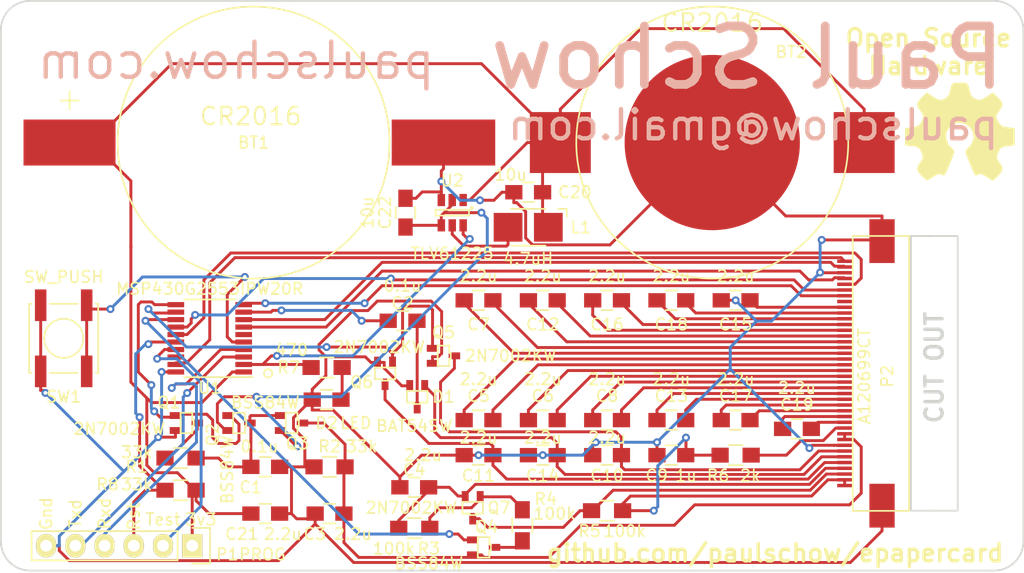
<source format=kicad_pcb>
(kicad_pcb (version 20171130) (host pcbnew "(5.1.12)-1")

  (general
    (thickness 1.6)
    (drawings 26)
    (tracks 583)
    (zones 0)
    (modules 48)
    (nets 56)
  )

  (page A4)
  (title_block
    (title "Epaper business card")
    (company paulschow.com)
  )

  (layers
    (0 F.Cu signal)
    (31 B.Cu signal)
    (32 B.Adhes user hide)
    (33 F.Adhes user hide)
    (34 B.Paste user)
    (35 F.Paste user)
    (36 B.SilkS user)
    (37 F.SilkS user)
    (38 B.Mask user)
    (39 F.Mask user)
    (40 Dwgs.User user)
    (41 Cmts.User user hide)
    (42 Eco1.User user hide)
    (43 Eco2.User user hide)
    (44 Edge.Cuts user)
    (45 Margin user hide)
    (46 B.CrtYd user hide)
    (47 F.CrtYd user hide)
    (48 B.Fab user hide)
  )

  (setup
    (last_trace_width 0.254)
    (user_trace_width 0.254)
    (user_trace_width 0.381)
    (user_trace_width 0.508)
    (user_trace_width 0.762)
    (user_trace_width 1.016)
    (trace_clearance 0.1524)
    (zone_clearance 0.254)
    (zone_45_only yes)
    (trace_min 0.1524)
    (via_size 0.6858)
    (via_drill 0.3302)
    (via_min_size 0.6858)
    (via_min_drill 0.3302)
    (uvia_size 0.3)
    (uvia_drill 0.1)
    (uvias_allowed no)
    (uvia_min_size 0)
    (uvia_min_drill 0)
    (edge_width 0.15)
    (segment_width 0.2)
    (pcb_text_width 0.3)
    (pcb_text_size 1.5 1.5)
    (mod_edge_width 0.15)
    (mod_text_size 1 1)
    (mod_text_width 0.15)
    (pad_size 15.24 15.24)
    (pad_drill 0)
    (pad_to_mask_clearance 0.2)
    (aux_axis_origin 0 0)
    (grid_origin 35.56 77.724)
    (visible_elements 7FFFFFFF)
    (pcbplotparams
      (layerselection 0x010f8_80000001)
      (usegerberextensions true)
      (usegerberattributes true)
      (usegerberadvancedattributes true)
      (creategerberjobfile true)
      (excludeedgelayer true)
      (linewidth 0.100000)
      (plotframeref false)
      (viasonmask false)
      (mode 1)
      (useauxorigin false)
      (hpglpennumber 1)
      (hpglpenspeed 20)
      (hpglpendiameter 15.000000)
      (psnegative false)
      (psa4output false)
      (plotreference true)
      (plotvalue true)
      (plotinvisibletext false)
      (padsonsilk false)
      (subtractmaskfromsilk false)
      (outputformat 1)
      (mirror false)
      (drillshape 0)
      (scaleselection 1)
      (outputdirectory "gerbers/"))
  )

  (net 0 "")
  (net 1 +3V3)
  (net 2 GND)
  (net 3 "Net-(C1-Pad2)")
  (net 4 "Net-(C2-Pad1)")
  (net 5 PWM)
  (net 6 +3.3VP)
  (net 7 /VDL)
  (net 8 "Net-(C5-Pad1)")
  (net 9 "Net-(C5-Pad2)")
  (net 10 "Net-(C6-Pad1)")
  (net 11 "Net-(C6-Pad2)")
  (net 12 "Net-(C7-Pad1)")
  (net 13 "Net-(C7-Pad2)")
  (net 14 "Net-(C8-Pad1)")
  (net 15 "Net-(C8-Pad2)")
  (net 16 /VCOM)
  (net 17 /VGH)
  (net 18 /VDH)
  (net 19 "Net-(C12-Pad1)")
  (net 20 "Net-(C12-Pad2)")
  (net 21 "Net-(C13-Pad1)")
  (net 22 "Net-(C13-Pad2)")
  (net 23 /VGL)
  (net 24 "Net-(C15-Pad1)")
  (net 25 "Net-(C16-Pad1)")
  (net 26 "Net-(C16-Pad2)")
  (net 27 "Net-(C17-Pad1)")
  (net 28 "Net-(C17-Pad2)")
  (net 29 "Net-(C18-Pad1)")
  (net 30 "Net-(C18-Pad2)")
  (net 31 "Net-(C19-Pad1)")
  (net 32 "Net-(C19-Pad2)")
  (net 33 "Net-(D2-Pad2)")
  (net 34 /test)
  (net 35 /rst)
  (net 36 /rxd)
  (net 37 /txd)
  (net 38 BUSY)
  (net 39 /EPD_CS)
  (net 40 SPI_CLK)
  (net 41 SPI_MOSI)
  (net 42 SPI_MISO)
  (net 43 /RESET)
  (net 44 "Net-(P2-Pad30)")
  (net 45 /BORDER)
  (net 46 PANEL_ON)
  (net 47 "Net-(Q1-Pad3)")
  (net 48 BORDER_CONTROL)
  (net 49 "Net-(Q4-Pad3)")
  (net 50 DISCHARGE)
  (net 51 "Net-(Q7-Pad1)")
  (net 52 /led)
  (net 53 /button)
  (net 54 /Vboost)
  (net 55 "Net-(L1-Pad2)")

  (net_class Default "This is the default net class."
    (clearance 0.1524)
    (trace_width 0.254)
    (via_dia 0.6858)
    (via_drill 0.3302)
    (uvia_dia 0.3)
    (uvia_drill 0.1)
    (add_net +3.3VP)
    (add_net +3V3)
    (add_net /BORDER)
    (add_net /EPD_CS)
    (add_net /RESET)
    (add_net /VCOM)
    (add_net /VDH)
    (add_net /VDL)
    (add_net /VGH)
    (add_net /VGL)
    (add_net /Vboost)
    (add_net /button)
    (add_net /led)
    (add_net /rst)
    (add_net /rxd)
    (add_net /test)
    (add_net /txd)
    (add_net BORDER_CONTROL)
    (add_net BUSY)
    (add_net DISCHARGE)
    (add_net GND)
    (add_net "Net-(C1-Pad2)")
    (add_net "Net-(C12-Pad1)")
    (add_net "Net-(C12-Pad2)")
    (add_net "Net-(C13-Pad1)")
    (add_net "Net-(C13-Pad2)")
    (add_net "Net-(C15-Pad1)")
    (add_net "Net-(C16-Pad1)")
    (add_net "Net-(C16-Pad2)")
    (add_net "Net-(C17-Pad1)")
    (add_net "Net-(C17-Pad2)")
    (add_net "Net-(C18-Pad1)")
    (add_net "Net-(C18-Pad2)")
    (add_net "Net-(C19-Pad1)")
    (add_net "Net-(C19-Pad2)")
    (add_net "Net-(C2-Pad1)")
    (add_net "Net-(C5-Pad1)")
    (add_net "Net-(C5-Pad2)")
    (add_net "Net-(C6-Pad1)")
    (add_net "Net-(C6-Pad2)")
    (add_net "Net-(C7-Pad1)")
    (add_net "Net-(C7-Pad2)")
    (add_net "Net-(C8-Pad1)")
    (add_net "Net-(C8-Pad2)")
    (add_net "Net-(D2-Pad2)")
    (add_net "Net-(L1-Pad2)")
    (add_net "Net-(P2-Pad30)")
    (add_net "Net-(Q1-Pad3)")
    (add_net "Net-(Q4-Pad3)")
    (add_net "Net-(Q7-Pad1)")
    (add_net PANEL_ON)
    (add_net PWM)
    (add_net SPI_CLK)
    (add_net SPI_MISO)
    (add_net SPI_MOSI)
  )

  (module footprint:CR2016sm-F2N (layer F.Cu) (tedit 5785D7CB) (tstamp 5785D482)
    (at 45.466 42.164)
    (path /573537BF)
    (fp_text reference BT1 (at 0 0) (layer F.SilkS)
      (effects (font (size 1 1) (thickness 0.15)))
    )
    (fp_text value CR2016 (at -0.254 -2.286) (layer F.SilkS)
      (effects (font (size 1.524 1.524) (thickness 0.1778)))
    )
    (fp_circle (center 0 0) (end -3.414 11.318) (layer F.SilkS) (width 0.15))
    (fp_text user + (at -16.002 -3.81) (layer F.SilkS)
      (effects (font (size 2 2) (thickness 0.15)))
    )
    (pad 1 smd rect (at -16.002 0) (size 8 4) (layers F.Cu F.Paste F.Mask)
      (net 1 +3V3))
    (pad 2 smd rect (at 16.51 0) (size 9 4) (layers F.Cu F.Paste F.Mask)
      (net 2 GND))
  )

  (module footprint:TSSOP-20_4.4x6.5mm_Pitch0.65mm (layer F.Cu) (tedit 574DE2DB) (tstamp 574DF295)
    (at 41.656 59.182 180)
    (descr "20-Lead Plastic Thin Shrink Small Outline (ST)-4.4 mm Body [TSSOP] (see Microchip Packaging Specification 00000049BS.pdf)")
    (tags "SSOP 0.65")
    (path /5733FDDC)
    (attr smd)
    (fp_text reference U1 (at 0 -4.3 180) (layer F.SilkS)
      (effects (font (size 1 1) (thickness 0.15)))
    )
    (fp_text value MSP430G2553IPW20R (at 0 4.3 180) (layer F.SilkS)
      (effects (font (size 1 1) (thickness 0.15)))
    )
    (fp_line (start -3.75 -3.375) (end 2.225 -3.375) (layer F.SilkS) (width 0.15))
    (fp_line (start -2.225 3.375) (end 2.225 3.375) (layer F.SilkS) (width 0.15))
    (fp_line (start -3.95 3.55) (end 3.95 3.55) (layer F.CrtYd) (width 0.05))
    (fp_line (start -3.95 -3.55) (end 3.95 -3.55) (layer F.CrtYd) (width 0.05))
    (fp_line (start 3.95 -3.55) (end 3.95 3.55) (layer F.CrtYd) (width 0.05))
    (fp_line (start -3.95 -3.55) (end -3.95 3.55) (layer F.CrtYd) (width 0.05))
    (fp_circle (center -5.08 -3.048) (end -4.826 -2.794) (layer F.SilkS) (width 0.15))
    (pad 1 smd rect (at -2.95 -2.925 180) (size 1.45 0.45) (layers F.Cu F.Paste F.Mask)
      (net 1 +3V3))
    (pad 2 smd rect (at -2.95 -2.275 180) (size 1.45 0.45) (layers F.Cu F.Paste F.Mask)
      (net 52 /led))
    (pad 3 smd rect (at -2.95 -1.625 180) (size 1.45 0.45) (layers F.Cu F.Paste F.Mask)
      (net 37 /txd))
    (pad 4 smd rect (at -2.95 -0.975 180) (size 1.45 0.45) (layers F.Cu F.Paste F.Mask)
      (net 36 /rxd))
    (pad 5 smd rect (at -2.95 -0.325 180) (size 1.45 0.45) (layers F.Cu F.Paste F.Mask)
      (net 53 /button))
    (pad 6 smd rect (at -2.95 0.325 180) (size 1.45 0.45) (layers F.Cu F.Paste F.Mask))
    (pad 7 smd rect (at -2.95 0.975 180) (size 1.45 0.45) (layers F.Cu F.Paste F.Mask)
      (net 40 SPI_CLK))
    (pad 8 smd rect (at -2.95 1.625 180) (size 1.45 0.45) (layers F.Cu F.Paste F.Mask)
      (net 38 BUSY))
    (pad 9 smd rect (at -2.95 2.275 180) (size 1.45 0.45) (layers F.Cu F.Paste F.Mask)
      (net 5 PWM))
    (pad 10 smd rect (at -2.95 2.925 180) (size 1.45 0.45) (layers F.Cu F.Paste F.Mask)
      (net 43 /RESET))
    (pad 11 smd rect (at 2.95 2.925 180) (size 1.45 0.45) (layers F.Cu F.Paste F.Mask)
      (net 46 PANEL_ON))
    (pad 12 smd rect (at 2.95 2.275 180) (size 1.45 0.45) (layers F.Cu F.Paste F.Mask)
      (net 50 DISCHARGE))
    (pad 13 smd rect (at 2.95 1.625 180) (size 1.45 0.45) (layers F.Cu F.Paste F.Mask)
      (net 48 BORDER_CONTROL))
    (pad 14 smd rect (at 2.95 0.975 180) (size 1.45 0.45) (layers F.Cu F.Paste F.Mask)
      (net 42 SPI_MISO))
    (pad 15 smd rect (at 2.95 0.325 180) (size 1.45 0.45) (layers F.Cu F.Paste F.Mask)
      (net 41 SPI_MOSI))
    (pad 16 smd rect (at 2.95 -0.325 180) (size 1.45 0.45) (layers F.Cu F.Paste F.Mask)
      (net 35 /rst))
    (pad 17 smd rect (at 2.95 -0.975 180) (size 1.45 0.45) (layers F.Cu F.Paste F.Mask)
      (net 34 /test))
    (pad 18 smd rect (at 2.95 -1.625 180) (size 1.45 0.45) (layers F.Cu F.Paste F.Mask))
    (pad 19 smd rect (at 2.95 -2.275 180) (size 1.45 0.45) (layers F.Cu F.Paste F.Mask)
      (net 39 /EPD_CS))
    (pad 20 smd rect (at 2.95 -2.925 180) (size 1.45 0.45) (layers F.Cu F.Paste F.Mask)
      (net 2 GND))
    (model Housings_SSOP.3dshapes/TSSOP-20_4.4x6.5mm_Pitch0.65mm.wrl
      (at (xyz 0 0 0))
      (scale (xyz 1 1 1))
      (rotate (xyz 0 0 0))
    )
  )

  (module Capacitors_SMD:C_0805_HandSoldering (layer F.Cu) (tedit 0) (tstamp 57352921)
    (at 46.482 74.422 180)
    (descr "Capacitor SMD 0805, hand soldering")
    (tags "capacitor 0805")
    (path /573583F1)
    (attr smd)
    (fp_text reference C21 (at 2.032 -1.778 180) (layer F.SilkS)
      (effects (font (size 1 1) (thickness 0.15)))
    )
    (fp_text value 2.2u (at -1.524 -1.778 180) (layer F.SilkS)
      (effects (font (size 1 1) (thickness 0.15)))
    )
    (fp_line (start -0.5 0.85) (end 0.5 0.85) (layer F.SilkS) (width 0.15))
    (fp_line (start 0.5 -0.85) (end -0.5 -0.85) (layer F.SilkS) (width 0.15))
    (fp_line (start 2.3 -1) (end 2.3 1) (layer F.CrtYd) (width 0.05))
    (fp_line (start -2.3 -1) (end -2.3 1) (layer F.CrtYd) (width 0.05))
    (fp_line (start -2.3 1) (end 2.3 1) (layer F.CrtYd) (width 0.05))
    (fp_line (start -2.3 -1) (end 2.3 -1) (layer F.CrtYd) (width 0.05))
    (pad 1 smd rect (at -1.25 0 180) (size 1.5 1.25) (layers F.Cu F.Paste F.Mask)
      (net 2 GND))
    (pad 2 smd rect (at 1.25 0 180) (size 1.5 1.25) (layers F.Cu F.Paste F.Mask)
      (net 1 +3V3))
    (model Capacitors_SMD.3dshapes/C_0805_HandSoldering.wrl
      (at (xyz 0 0 0))
      (scale (xyz 1 1 1))
      (rotate (xyz 0 0 0))
    )
  )

  (module Capacitors_SMD:C_0805_HandSoldering (layer F.Cu) (tedit 574E27B5) (tstamp 5735292E)
    (at 51.816 64.516)
    (descr "Capacitor SMD 0805, hand soldering")
    (tags "capacitor 0805")
    (path /57352F38)
    (attr smd)
    (fp_text reference D2 (at 0 2.032) (layer F.SilkS)
      (effects (font (size 1 1) (thickness 0.15)))
    )
    (fp_text value LED (at 2.54 2.032) (layer F.SilkS)
      (effects (font (size 1 1) (thickness 0.15)))
    )
    (fp_line (start -0.5 0.85) (end 0.5 0.85) (layer F.SilkS) (width 0.15))
    (fp_line (start 0.5 -0.85) (end -0.5 -0.85) (layer F.SilkS) (width 0.15))
    (fp_line (start 2.3 -1) (end 2.3 1) (layer F.CrtYd) (width 0.05))
    (fp_line (start -2.3 -1) (end -2.3 1) (layer F.CrtYd) (width 0.05))
    (fp_line (start -2.3 1) (end 2.3 1) (layer F.CrtYd) (width 0.05))
    (fp_line (start -2.3 -1) (end 2.3 -1) (layer F.CrtYd) (width 0.05))
    (pad 1 smd rect (at -1.25 0) (size 1.5 1.25) (layers F.Cu F.Paste F.Mask)
      (net 2 GND))
    (pad 2 smd rect (at 1.25 0) (size 1.5 1.25) (layers F.Cu F.Paste F.Mask)
      (net 33 "Net-(D2-Pad2)"))
    (model Capacitors_SMD.3dshapes/C_0805_HandSoldering.wrl
      (at (xyz 0 0 0))
      (scale (xyz 1 1 1))
      (rotate (xyz 0 0 0))
    )
  )

  (module Resistors_SMD:R_0805_HandSoldering (layer F.Cu) (tedit 574E27B0) (tstamp 573529CA)
    (at 51.816 61.722 180)
    (descr "Resistor SMD 0805, hand soldering")
    (tags "resistor 0805")
    (path /57356DF4)
    (attr smd)
    (fp_text reference R7 (at 3.302 0 180) (layer F.SilkS)
      (effects (font (size 1 1) (thickness 0.15)))
    )
    (fp_text value 470 (at 3.048 1.524 180) (layer F.SilkS)
      (effects (font (size 1 1) (thickness 0.15)))
    )
    (fp_line (start -0.6 -0.875) (end 0.6 -0.875) (layer F.SilkS) (width 0.15))
    (fp_line (start 0.6 0.875) (end -0.6 0.875) (layer F.SilkS) (width 0.15))
    (fp_line (start 2.4 -1) (end 2.4 1) (layer F.CrtYd) (width 0.05))
    (fp_line (start -2.4 -1) (end -2.4 1) (layer F.CrtYd) (width 0.05))
    (fp_line (start -2.4 1) (end 2.4 1) (layer F.CrtYd) (width 0.05))
    (fp_line (start -2.4 -1) (end 2.4 -1) (layer F.CrtYd) (width 0.05))
    (pad 1 smd rect (at -1.35 0 180) (size 1.5 1.3) (layers F.Cu F.Paste F.Mask)
      (net 33 "Net-(D2-Pad2)"))
    (pad 2 smd rect (at 1.35 0 180) (size 1.5 1.3) (layers F.Cu F.Paste F.Mask)
      (net 52 /led))
    (model Resistors_SMD.3dshapes/R_0805_HandSoldering.wrl
      (at (xyz 0 0 0))
      (scale (xyz 1 1 1))
      (rotate (xyz 0 0 0))
    )
  )

  (module Resistors_SMD:R_0805_HandSoldering (layer F.Cu) (tedit 574E286B) (tstamp 573529D0)
    (at 39.116 72.39)
    (descr "Resistor SMD 0805, hand soldering")
    (tags "resistor 0805")
    (path /57357A7D)
    (attr smd)
    (fp_text reference R8 (at -6.35 -0.508) (layer F.SilkS)
      (effects (font (size 1 1) (thickness 0.15)))
    )
    (fp_text value 33k (at -3.81 -0.508) (layer F.SilkS)
      (effects (font (size 1 1) (thickness 0.15)))
    )
    (fp_line (start -0.6 -0.875) (end 0.6 -0.875) (layer F.SilkS) (width 0.15))
    (fp_line (start 0.6 0.875) (end -0.6 0.875) (layer F.SilkS) (width 0.15))
    (fp_line (start 2.4 -1) (end 2.4 1) (layer F.CrtYd) (width 0.05))
    (fp_line (start -2.4 -1) (end -2.4 1) (layer F.CrtYd) (width 0.05))
    (fp_line (start -2.4 1) (end 2.4 1) (layer F.CrtYd) (width 0.05))
    (fp_line (start -2.4 -1) (end 2.4 -1) (layer F.CrtYd) (width 0.05))
    (pad 1 smd rect (at -1.35 0) (size 1.5 1.3) (layers F.Cu F.Paste F.Mask)
      (net 35 /rst))
    (pad 2 smd rect (at 1.35 0) (size 1.5 1.3) (layers F.Cu F.Paste F.Mask)
      (net 1 +3V3))
    (model Resistors_SMD.3dshapes/R_0805_HandSoldering.wrl
      (at (xyz 0 0 0))
      (scale (xyz 1 1 1))
      (rotate (xyz 0 0 0))
    )
  )

  (module Buttons_Switches_SMD:SW_SPST_EVPBF (layer F.Cu) (tedit 0) (tstamp 573529D8)
    (at 28.956 59.182 270)
    (descr "Light Touch Switch")
    (path /573517D5)
    (attr smd)
    (fp_text reference SW1 (at 5.08 0) (layer F.SilkS)
      (effects (font (size 1 1) (thickness 0.15)))
    )
    (fp_text value SW_PUSH (at -5.334 0) (layer F.SilkS)
      (effects (font (size 1 1) (thickness 0.15)))
    )
    (fp_circle (center 0 0) (end 1.7 0) (layer F.SilkS) (width 0.15))
    (fp_line (start -3 3) (end 3 3) (layer F.SilkS) (width 0.15))
    (fp_line (start 3 -3) (end -3 -3) (layer F.SilkS) (width 0.15))
    (fp_line (start 3 -1.2) (end 3 1.2) (layer F.SilkS) (width 0.15))
    (fp_line (start -3 -1.2) (end -3 1.2) (layer F.SilkS) (width 0.15))
    (fp_line (start -3 -3) (end -3 -2.8) (layer F.SilkS) (width 0.15))
    (fp_line (start -3 3) (end -3 2.8) (layer F.SilkS) (width 0.15))
    (fp_line (start 3 3) (end 3 2.8) (layer F.SilkS) (width 0.15))
    (fp_line (start 3 -3) (end 3 -2.8) (layer F.SilkS) (width 0.15))
    (fp_line (start -4.5 3.25) (end -4.5 -3.25) (layer F.CrtYd) (width 0.05))
    (fp_line (start 4.5 3.25) (end -4.5 3.25) (layer F.CrtYd) (width 0.05))
    (fp_line (start 4.5 -3.25) (end 4.5 3.25) (layer F.CrtYd) (width 0.05))
    (fp_line (start -4.5 -3.25) (end 4.5 -3.25) (layer F.CrtYd) (width 0.05))
    (pad 1 smd rect (at 2.875 -2 270) (size 2.75 1) (layers F.Cu F.Paste F.Mask)
      (net 53 /button))
    (pad 1 smd rect (at -2.875 -2 270) (size 2.75 1) (layers F.Cu F.Paste F.Mask)
      (net 53 /button))
    (pad 2 smd rect (at -2.875 2 270) (size 2.75 1) (layers F.Cu F.Paste F.Mask)
      (net 2 GND))
    (pad 2 smd rect (at 2.875 2 270) (size 2.75 1) (layers F.Cu F.Paste F.Mask)
      (net 2 GND))
  )

  (module Capacitors_SMD:C_0805_HandSoldering (layer F.Cu) (tedit 0) (tstamp 574DFFF9)
    (at 46.482 70.358 180)
    (descr "Capacitor SMD 0805, hand soldering")
    (tags "capacitor 0805")
    (path /5734FA17)
    (attr smd)
    (fp_text reference C1 (at 1.27 -1.778 180) (layer F.SilkS)
      (effects (font (size 1 1) (thickness 0.15)))
    )
    (fp_text value 0.1u (at 0.508 1.778 180) (layer F.SilkS)
      (effects (font (size 1 1) (thickness 0.15)))
    )
    (fp_line (start -0.5 0.85) (end 0.5 0.85) (layer F.SilkS) (width 0.15))
    (fp_line (start 0.5 -0.85) (end -0.5 -0.85) (layer F.SilkS) (width 0.15))
    (fp_line (start 2.3 -1) (end 2.3 1) (layer F.CrtYd) (width 0.05))
    (fp_line (start -2.3 -1) (end -2.3 1) (layer F.CrtYd) (width 0.05))
    (fp_line (start -2.3 1) (end 2.3 1) (layer F.CrtYd) (width 0.05))
    (fp_line (start -2.3 -1) (end 2.3 -1) (layer F.CrtYd) (width 0.05))
    (pad 1 smd rect (at -1.25 0 180) (size 1.5 1.25) (layers F.Cu F.Paste F.Mask)
      (net 2 GND))
    (pad 2 smd rect (at 1.25 0 180) (size 1.5 1.25) (layers F.Cu F.Paste F.Mask)
      (net 3 "Net-(C1-Pad2)"))
    (model Capacitors_SMD.3dshapes/C_0805_HandSoldering.wrl
      (at (xyz 0 0 0))
      (scale (xyz 1 1 1))
      (rotate (xyz 0 0 0))
    )
  )

  (module Capacitors_SMD:C_0805_HandSoldering (layer F.Cu) (tedit 574E26F0) (tstamp 57400000)
    (at 58.42 57.658 180)
    (descr "Capacitor SMD 0805, hand soldering")
    (tags "capacitor 0805")
    (path /5734334B)
    (attr smd)
    (fp_text reference C2 (at 0 1.524 180) (layer F.SilkS)
      (effects (font (size 1 1) (thickness 0.15)))
    )
    (fp_text value 0.1u (at 0 3.048 180) (layer F.SilkS)
      (effects (font (size 1 1) (thickness 0.15)))
    )
    (fp_line (start -0.5 0.85) (end 0.5 0.85) (layer F.SilkS) (width 0.15))
    (fp_line (start 0.5 -0.85) (end -0.5 -0.85) (layer F.SilkS) (width 0.15))
    (fp_line (start 2.3 -1) (end 2.3 1) (layer F.CrtYd) (width 0.05))
    (fp_line (start -2.3 -1) (end -2.3 1) (layer F.CrtYd) (width 0.05))
    (fp_line (start -2.3 1) (end 2.3 1) (layer F.CrtYd) (width 0.05))
    (fp_line (start -2.3 -1) (end 2.3 -1) (layer F.CrtYd) (width 0.05))
    (pad 1 smd rect (at -1.25 0 180) (size 1.5 1.25) (layers F.Cu F.Paste F.Mask)
      (net 4 "Net-(C2-Pad1)"))
    (pad 2 smd rect (at 1.25 0 180) (size 1.5 1.25) (layers F.Cu F.Paste F.Mask)
      (net 5 PWM))
    (model Capacitors_SMD.3dshapes/C_0805_HandSoldering.wrl
      (at (xyz 0 0 0))
      (scale (xyz 1 1 1))
      (rotate (xyz 0 0 0))
    )
  )

  (module Capacitors_SMD:C_0805_HandSoldering (layer F.Cu) (tedit 574E280A) (tstamp 7FFFFFFF)
    (at 52.07 74.422)
    (descr "Capacitor SMD 0805, hand soldering")
    (tags "capacitor 0805")
    (path /57350A04)
    (attr smd)
    (fp_text reference C3 (at -1.27 1.778) (layer F.SilkS)
      (effects (font (size 1 1) (thickness 0.15)))
    )
    (fp_text value 2.2u (at 2.032 1.778) (layer F.SilkS)
      (effects (font (size 1 1) (thickness 0.15)))
    )
    (fp_line (start -0.5 0.85) (end 0.5 0.85) (layer F.SilkS) (width 0.15))
    (fp_line (start 0.5 -0.85) (end -0.5 -0.85) (layer F.SilkS) (width 0.15))
    (fp_line (start 2.3 -1) (end 2.3 1) (layer F.CrtYd) (width 0.05))
    (fp_line (start -2.3 -1) (end -2.3 1) (layer F.CrtYd) (width 0.05))
    (fp_line (start -2.3 1) (end 2.3 1) (layer F.CrtYd) (width 0.05))
    (fp_line (start -2.3 -1) (end 2.3 -1) (layer F.CrtYd) (width 0.05))
    (pad 1 smd rect (at -1.25 0) (size 1.5 1.25) (layers F.Cu F.Paste F.Mask)
      (net 2 GND))
    (pad 2 smd rect (at 1.25 0) (size 1.5 1.25) (layers F.Cu F.Paste F.Mask)
      (net 6 +3.3VP))
    (model Capacitors_SMD.3dshapes/C_0805_HandSoldering.wrl
      (at (xyz 0 0 0))
      (scale (xyz 1 1 1))
      (rotate (xyz 0 0 0))
    )
  )

  (module Capacitors_SMD:C_0805_HandSoldering (layer F.Cu) (tedit 574E26AE) (tstamp 574E001D)
    (at 59.436 72.136 180)
    (descr "Capacitor SMD 0805, hand soldering")
    (tags "capacitor 0805")
    (path /57343CA2)
    (attr smd)
    (fp_text reference C4 (at 0 1.524 180) (layer F.SilkS)
      (effects (font (size 1 1) (thickness 0.15)))
    )
    (fp_text value 2.2u (at -0.762 2.794 180) (layer F.SilkS)
      (effects (font (size 1 1) (thickness 0.15)))
    )
    (fp_line (start -0.5 0.85) (end 0.5 0.85) (layer F.SilkS) (width 0.15))
    (fp_line (start 0.5 -0.85) (end -0.5 -0.85) (layer F.SilkS) (width 0.15))
    (fp_line (start 2.3 -1) (end 2.3 1) (layer F.CrtYd) (width 0.05))
    (fp_line (start -2.3 -1) (end -2.3 1) (layer F.CrtYd) (width 0.05))
    (fp_line (start -2.3 1) (end 2.3 1) (layer F.CrtYd) (width 0.05))
    (fp_line (start -2.3 -1) (end 2.3 -1) (layer F.CrtYd) (width 0.05))
    (pad 1 smd rect (at -1.25 0 180) (size 1.5 1.25) (layers F.Cu F.Paste F.Mask)
      (net 7 /VDL))
    (pad 2 smd rect (at 1.25 0 180) (size 1.5 1.25) (layers F.Cu F.Paste F.Mask)
      (net 2 GND))
    (model Capacitors_SMD.3dshapes/C_0805_HandSoldering.wrl
      (at (xyz 0 0 0))
      (scale (xyz 1 1 1))
      (rotate (xyz 0 0 0))
    )
  )

  (module Capacitors_SMD:C_0805_HandSoldering (layer F.Cu) (tedit 574E253E) (tstamp 5)
    (at 65.024 66.294)
    (descr "Capacitor SMD 0805, hand soldering")
    (tags "capacitor 0805")
    (path /57340EFD)
    (attr smd)
    (fp_text reference C5 (at 0 -2.1) (layer F.SilkS)
      (effects (font (size 1 1) (thickness 0.15)))
    )
    (fp_text value 2.2u (at 0 -3.556) (layer F.SilkS)
      (effects (font (size 1 1) (thickness 0.15)))
    )
    (fp_line (start -0.5 0.85) (end 0.5 0.85) (layer F.SilkS) (width 0.15))
    (fp_line (start 0.5 -0.85) (end -0.5 -0.85) (layer F.SilkS) (width 0.15))
    (fp_line (start 2.3 -1) (end 2.3 1) (layer F.CrtYd) (width 0.05))
    (fp_line (start -2.3 -1) (end -2.3 1) (layer F.CrtYd) (width 0.05))
    (fp_line (start -2.3 1) (end 2.3 1) (layer F.CrtYd) (width 0.05))
    (fp_line (start -2.3 -1) (end 2.3 -1) (layer F.CrtYd) (width 0.05))
    (pad 1 smd rect (at -1.25 0) (size 1.5 1.25) (layers F.Cu F.Paste F.Mask)
      (net 8 "Net-(C5-Pad1)"))
    (pad 2 smd rect (at 1.25 0) (size 1.5 1.25) (layers F.Cu F.Paste F.Mask)
      (net 9 "Net-(C5-Pad2)"))
    (model Capacitors_SMD.3dshapes/C_0805_HandSoldering.wrl
      (at (xyz 0 0 0))
      (scale (xyz 1 1 1))
      (rotate (xyz 0 0 0))
    )
  )

  (module Capacitors_SMD:C_0805_HandSoldering (layer F.Cu) (tedit 0) (tstamp 5)
    (at 70.612 66.294)
    (descr "Capacitor SMD 0805, hand soldering")
    (tags "capacitor 0805")
    (path /5734100B)
    (attr smd)
    (fp_text reference C6 (at 0 -2.1) (layer F.SilkS)
      (effects (font (size 1 1) (thickness 0.15)))
    )
    (fp_text value 2.2u (at 0 -3.556) (layer F.SilkS)
      (effects (font (size 1 1) (thickness 0.15)))
    )
    (fp_line (start -0.5 0.85) (end 0.5 0.85) (layer F.SilkS) (width 0.15))
    (fp_line (start 0.5 -0.85) (end -0.5 -0.85) (layer F.SilkS) (width 0.15))
    (fp_line (start 2.3 -1) (end 2.3 1) (layer F.CrtYd) (width 0.05))
    (fp_line (start -2.3 -1) (end -2.3 1) (layer F.CrtYd) (width 0.05))
    (fp_line (start -2.3 1) (end 2.3 1) (layer F.CrtYd) (width 0.05))
    (fp_line (start -2.3 -1) (end 2.3 -1) (layer F.CrtYd) (width 0.05))
    (pad 1 smd rect (at -1.25 0) (size 1.5 1.25) (layers F.Cu F.Paste F.Mask)
      (net 10 "Net-(C6-Pad1)"))
    (pad 2 smd rect (at 1.25 0) (size 1.5 1.25) (layers F.Cu F.Paste F.Mask)
      (net 11 "Net-(C6-Pad2)"))
    (model Capacitors_SMD.3dshapes/C_0805_HandSoldering.wrl
      (at (xyz 0 0 0))
      (scale (xyz 1 1 1))
      (rotate (xyz 0 0 0))
    )
  )

  (module Capacitors_SMD:C_0805_HandSoldering (layer F.Cu) (tedit 541A9B8D) (tstamp 5)
    (at 65.024 55.88 180)
    (descr "Capacitor SMD 0805, hand soldering")
    (tags "capacitor 0805")
    (path /57340D3F)
    (attr smd)
    (fp_text reference C7 (at 0 -2.1 180) (layer F.SilkS)
      (effects (font (size 1 1) (thickness 0.15)))
    )
    (fp_text value 2.2u (at 0 2.1 180) (layer F.SilkS)
      (effects (font (size 1 1) (thickness 0.15)))
    )
    (fp_line (start -0.5 0.85) (end 0.5 0.85) (layer F.SilkS) (width 0.15))
    (fp_line (start 0.5 -0.85) (end -0.5 -0.85) (layer F.SilkS) (width 0.15))
    (fp_line (start 2.3 -1) (end 2.3 1) (layer F.CrtYd) (width 0.05))
    (fp_line (start -2.3 -1) (end -2.3 1) (layer F.CrtYd) (width 0.05))
    (fp_line (start -2.3 1) (end 2.3 1) (layer F.CrtYd) (width 0.05))
    (fp_line (start -2.3 -1) (end 2.3 -1) (layer F.CrtYd) (width 0.05))
    (pad 1 smd rect (at -1.25 0 180) (size 1.5 1.25) (layers F.Cu F.Paste F.Mask)
      (net 12 "Net-(C7-Pad1)"))
    (pad 2 smd rect (at 1.25 0 180) (size 1.5 1.25) (layers F.Cu F.Paste F.Mask)
      (net 13 "Net-(C7-Pad2)"))
    (model Capacitors_SMD.3dshapes/C_0805_HandSoldering.wrl
      (at (xyz 0 0 0))
      (scale (xyz 1 1 1))
      (rotate (xyz 0 0 0))
    )
  )

  (module Capacitors_SMD:C_0805_HandSoldering (layer F.Cu) (tedit 0) (tstamp 574E004D)
    (at 76.2 66.294)
    (descr "Capacitor SMD 0805, hand soldering")
    (tags "capacitor 0805")
    (path /57341211)
    (attr smd)
    (fp_text reference C8 (at 0 -2.1) (layer F.SilkS)
      (effects (font (size 1 1) (thickness 0.15)))
    )
    (fp_text value 2.2u (at 0 -3.556) (layer F.SilkS)
      (effects (font (size 1 1) (thickness 0.15)))
    )
    (fp_line (start -0.5 0.85) (end 0.5 0.85) (layer F.SilkS) (width 0.15))
    (fp_line (start 0.5 -0.85) (end -0.5 -0.85) (layer F.SilkS) (width 0.15))
    (fp_line (start 2.3 -1) (end 2.3 1) (layer F.CrtYd) (width 0.05))
    (fp_line (start -2.3 -1) (end -2.3 1) (layer F.CrtYd) (width 0.05))
    (fp_line (start -2.3 1) (end 2.3 1) (layer F.CrtYd) (width 0.05))
    (fp_line (start -2.3 -1) (end 2.3 -1) (layer F.CrtYd) (width 0.05))
    (pad 1 smd rect (at -1.25 0) (size 1.5 1.25) (layers F.Cu F.Paste F.Mask)
      (net 14 "Net-(C8-Pad1)"))
    (pad 2 smd rect (at 1.25 0) (size 1.5 1.25) (layers F.Cu F.Paste F.Mask)
      (net 15 "Net-(C8-Pad2)"))
    (model Capacitors_SMD.3dshapes/C_0805_HandSoldering.wrl
      (at (xyz 0 0 0))
      (scale (xyz 1 1 1))
      (rotate (xyz 0 0 0))
    )
  )

  (module Capacitors_SMD:C_0805_HandSoldering (layer F.Cu) (tedit 574E258D) (tstamp 5)
    (at 81.788 69.342 180)
    (descr "Capacitor SMD 0805, hand soldering")
    (tags "capacitor 0805")
    (path /573421FD)
    (attr smd)
    (fp_text reference C9 (at 1.27 -1.778 180) (layer F.SilkS)
      (effects (font (size 1 1) (thickness 0.15)))
    )
    (fp_text value 1u (at -1.27 -1.778 180) (layer F.SilkS)
      (effects (font (size 1 1) (thickness 0.15)))
    )
    (fp_line (start -0.5 0.85) (end 0.5 0.85) (layer F.SilkS) (width 0.15))
    (fp_line (start 0.5 -0.85) (end -0.5 -0.85) (layer F.SilkS) (width 0.15))
    (fp_line (start 2.3 -1) (end 2.3 1) (layer F.CrtYd) (width 0.05))
    (fp_line (start -2.3 -1) (end -2.3 1) (layer F.CrtYd) (width 0.05))
    (fp_line (start -2.3 1) (end 2.3 1) (layer F.CrtYd) (width 0.05))
    (fp_line (start -2.3 -1) (end 2.3 -1) (layer F.CrtYd) (width 0.05))
    (pad 1 smd rect (at -1.25 0 180) (size 1.5 1.25) (layers F.Cu F.Paste F.Mask)
      (net 16 /VCOM))
    (pad 2 smd rect (at 1.25 0 180) (size 1.5 1.25) (layers F.Cu F.Paste F.Mask)
      (net 2 GND))
    (model Capacitors_SMD.3dshapes/C_0805_HandSoldering.wrl
      (at (xyz 0 0 0))
      (scale (xyz 1 1 1))
      (rotate (xyz 0 0 0))
    )
  )

  (module Capacitors_SMD:C_0805_HandSoldering (layer F.Cu) (tedit 0) (tstamp 5)
    (at 76.2 69.342 180)
    (descr "Capacitor SMD 0805, hand soldering")
    (tags "capacitor 0805")
    (path /57342E64)
    (attr smd)
    (fp_text reference C10 (at 0 -1.778 180) (layer F.SilkS)
      (effects (font (size 1 1) (thickness 0.15)))
    )
    (fp_text value 2.2u (at 0 1.524 180) (layer F.SilkS)
      (effects (font (size 1 1) (thickness 0.15)))
    )
    (fp_line (start -0.5 0.85) (end 0.5 0.85) (layer F.SilkS) (width 0.15))
    (fp_line (start 0.5 -0.85) (end -0.5 -0.85) (layer F.SilkS) (width 0.15))
    (fp_line (start 2.3 -1) (end 2.3 1) (layer F.CrtYd) (width 0.05))
    (fp_line (start -2.3 -1) (end -2.3 1) (layer F.CrtYd) (width 0.05))
    (fp_line (start -2.3 1) (end 2.3 1) (layer F.CrtYd) (width 0.05))
    (fp_line (start -2.3 -1) (end 2.3 -1) (layer F.CrtYd) (width 0.05))
    (pad 1 smd rect (at -1.25 0 180) (size 1.5 1.25) (layers F.Cu F.Paste F.Mask)
      (net 17 /VGH))
    (pad 2 smd rect (at 1.25 0 180) (size 1.5 1.25) (layers F.Cu F.Paste F.Mask)
      (net 2 GND))
    (model Capacitors_SMD.3dshapes/C_0805_HandSoldering.wrl
      (at (xyz 0 0 0))
      (scale (xyz 1 1 1))
      (rotate (xyz 0 0 0))
    )
  )

  (module Capacitors_SMD:C_0805_HandSoldering (layer F.Cu) (tedit 0) (tstamp 5)
    (at 65.024 69.342 180)
    (descr "Capacitor SMD 0805, hand soldering")
    (tags "capacitor 0805")
    (path /57343A35)
    (attr smd)
    (fp_text reference C11 (at 0 -1.778 180) (layer F.SilkS)
      (effects (font (size 1 1) (thickness 0.15)))
    )
    (fp_text value 2.2u (at 0 1.524 180) (layer F.SilkS)
      (effects (font (size 1 1) (thickness 0.15)))
    )
    (fp_line (start -0.5 0.85) (end 0.5 0.85) (layer F.SilkS) (width 0.15))
    (fp_line (start 0.5 -0.85) (end -0.5 -0.85) (layer F.SilkS) (width 0.15))
    (fp_line (start 2.3 -1) (end 2.3 1) (layer F.CrtYd) (width 0.05))
    (fp_line (start -2.3 -1) (end -2.3 1) (layer F.CrtYd) (width 0.05))
    (fp_line (start -2.3 1) (end 2.3 1) (layer F.CrtYd) (width 0.05))
    (fp_line (start -2.3 -1) (end 2.3 -1) (layer F.CrtYd) (width 0.05))
    (pad 1 smd rect (at -1.25 0 180) (size 1.5 1.25) (layers F.Cu F.Paste F.Mask)
      (net 18 /VDH))
    (pad 2 smd rect (at 1.25 0 180) (size 1.5 1.25) (layers F.Cu F.Paste F.Mask)
      (net 2 GND))
    (model Capacitors_SMD.3dshapes/C_0805_HandSoldering.wrl
      (at (xyz 0 0 0))
      (scale (xyz 1 1 1))
      (rotate (xyz 0 0 0))
    )
  )

  (module Capacitors_SMD:C_0805_HandSoldering (layer F.Cu) (tedit 541A9B8D) (tstamp 574E007D)
    (at 70.612 55.88 180)
    (descr "Capacitor SMD 0805, hand soldering")
    (tags "capacitor 0805")
    (path /57340C05)
    (attr smd)
    (fp_text reference C12 (at 0 -2.1 180) (layer F.SilkS)
      (effects (font (size 1 1) (thickness 0.15)))
    )
    (fp_text value 2.2u (at 0 2.1 180) (layer F.SilkS)
      (effects (font (size 1 1) (thickness 0.15)))
    )
    (fp_line (start -0.5 0.85) (end 0.5 0.85) (layer F.SilkS) (width 0.15))
    (fp_line (start 0.5 -0.85) (end -0.5 -0.85) (layer F.SilkS) (width 0.15))
    (fp_line (start 2.3 -1) (end 2.3 1) (layer F.CrtYd) (width 0.05))
    (fp_line (start -2.3 -1) (end -2.3 1) (layer F.CrtYd) (width 0.05))
    (fp_line (start -2.3 1) (end 2.3 1) (layer F.CrtYd) (width 0.05))
    (fp_line (start -2.3 -1) (end 2.3 -1) (layer F.CrtYd) (width 0.05))
    (pad 1 smd rect (at -1.25 0 180) (size 1.5 1.25) (layers F.Cu F.Paste F.Mask)
      (net 19 "Net-(C12-Pad1)"))
    (pad 2 smd rect (at 1.25 0 180) (size 1.5 1.25) (layers F.Cu F.Paste F.Mask)
      (net 20 "Net-(C12-Pad2)"))
    (model Capacitors_SMD.3dshapes/C_0805_HandSoldering.wrl
      (at (xyz 0 0 0))
      (scale (xyz 1 1 1))
      (rotate (xyz 0 0 0))
    )
  )

  (module Capacitors_SMD:C_0805_HandSoldering (layer F.Cu) (tedit 0) (tstamp 5)
    (at 81.788 66.294)
    (descr "Capacitor SMD 0805, hand soldering")
    (tags "capacitor 0805")
    (path /57341442)
    (attr smd)
    (fp_text reference C13 (at 0 -2.1) (layer F.SilkS)
      (effects (font (size 1 1) (thickness 0.15)))
    )
    (fp_text value 2.2u (at 0 -3.556) (layer F.SilkS)
      (effects (font (size 1 1) (thickness 0.15)))
    )
    (fp_line (start -0.5 0.85) (end 0.5 0.85) (layer F.SilkS) (width 0.15))
    (fp_line (start 0.5 -0.85) (end -0.5 -0.85) (layer F.SilkS) (width 0.15))
    (fp_line (start 2.3 -1) (end 2.3 1) (layer F.CrtYd) (width 0.05))
    (fp_line (start -2.3 -1) (end -2.3 1) (layer F.CrtYd) (width 0.05))
    (fp_line (start -2.3 1) (end 2.3 1) (layer F.CrtYd) (width 0.05))
    (fp_line (start -2.3 -1) (end 2.3 -1) (layer F.CrtYd) (width 0.05))
    (pad 1 smd rect (at -1.25 0) (size 1.5 1.25) (layers F.Cu F.Paste F.Mask)
      (net 21 "Net-(C13-Pad1)"))
    (pad 2 smd rect (at 1.25 0) (size 1.5 1.25) (layers F.Cu F.Paste F.Mask)
      (net 22 "Net-(C13-Pad2)"))
    (model Capacitors_SMD.3dshapes/C_0805_HandSoldering.wrl
      (at (xyz 0 0 0))
      (scale (xyz 1 1 1))
      (rotate (xyz 0 0 0))
    )
  )

  (module Capacitors_SMD:C_0805_HandSoldering (layer F.Cu) (tedit 0) (tstamp 5)
    (at 70.612 69.342 180)
    (descr "Capacitor SMD 0805, hand soldering")
    (tags "capacitor 0805")
    (path /57343184)
    (attr smd)
    (fp_text reference C14 (at 0 -1.778 180) (layer F.SilkS)
      (effects (font (size 1 1) (thickness 0.15)))
    )
    (fp_text value 2.2u (at 0 1.524 180) (layer F.SilkS)
      (effects (font (size 1 1) (thickness 0.15)))
    )
    (fp_line (start -0.5 0.85) (end 0.5 0.85) (layer F.SilkS) (width 0.15))
    (fp_line (start 0.5 -0.85) (end -0.5 -0.85) (layer F.SilkS) (width 0.15))
    (fp_line (start 2.3 -1) (end 2.3 1) (layer F.CrtYd) (width 0.05))
    (fp_line (start -2.3 -1) (end -2.3 1) (layer F.CrtYd) (width 0.05))
    (fp_line (start -2.3 1) (end 2.3 1) (layer F.CrtYd) (width 0.05))
    (fp_line (start -2.3 -1) (end 2.3 -1) (layer F.CrtYd) (width 0.05))
    (pad 1 smd rect (at -1.25 0 180) (size 1.5 1.25) (layers F.Cu F.Paste F.Mask)
      (net 23 /VGL))
    (pad 2 smd rect (at 1.25 0 180) (size 1.5 1.25) (layers F.Cu F.Paste F.Mask)
      (net 2 GND))
    (model Capacitors_SMD.3dshapes/C_0805_HandSoldering.wrl
      (at (xyz 0 0 0))
      (scale (xyz 1 1 1))
      (rotate (xyz 0 0 0))
    )
  )

  (module Capacitors_SMD:C_0805_HandSoldering (layer F.Cu) (tedit 541A9B8D) (tstamp 574E00A1)
    (at 87.376 55.88 180)
    (descr "Capacitor SMD 0805, hand soldering")
    (tags "capacitor 0805")
    (path /5734080D)
    (attr smd)
    (fp_text reference C15 (at 0 -2.1 180) (layer F.SilkS)
      (effects (font (size 1 1) (thickness 0.15)))
    )
    (fp_text value 2.2u (at 0 2.1 180) (layer F.SilkS)
      (effects (font (size 1 1) (thickness 0.15)))
    )
    (fp_line (start -0.5 0.85) (end 0.5 0.85) (layer F.SilkS) (width 0.15))
    (fp_line (start 0.5 -0.85) (end -0.5 -0.85) (layer F.SilkS) (width 0.15))
    (fp_line (start 2.3 -1) (end 2.3 1) (layer F.CrtYd) (width 0.05))
    (fp_line (start -2.3 -1) (end -2.3 1) (layer F.CrtYd) (width 0.05))
    (fp_line (start -2.3 1) (end 2.3 1) (layer F.CrtYd) (width 0.05))
    (fp_line (start -2.3 -1) (end 2.3 -1) (layer F.CrtYd) (width 0.05))
    (pad 1 smd rect (at -1.25 0 180) (size 1.5 1.25) (layers F.Cu F.Paste F.Mask)
      (net 24 "Net-(C15-Pad1)"))
    (pad 2 smd rect (at 1.25 0 180) (size 1.5 1.25) (layers F.Cu F.Paste F.Mask)
      (net 2 GND))
    (model Capacitors_SMD.3dshapes/C_0805_HandSoldering.wrl
      (at (xyz 0 0 0))
      (scale (xyz 1 1 1))
      (rotate (xyz 0 0 0))
    )
  )

  (module Capacitors_SMD:C_0805_HandSoldering (layer F.Cu) (tedit 541A9B8D) (tstamp 574E00AD)
    (at 76.2 55.88 180)
    (descr "Capacitor SMD 0805, hand soldering")
    (tags "capacitor 0805")
    (path /57340B20)
    (attr smd)
    (fp_text reference C16 (at 0 -2.1 180) (layer F.SilkS)
      (effects (font (size 1 1) (thickness 0.15)))
    )
    (fp_text value 2.2u (at 0 2.1 180) (layer F.SilkS)
      (effects (font (size 1 1) (thickness 0.15)))
    )
    (fp_line (start -0.5 0.85) (end 0.5 0.85) (layer F.SilkS) (width 0.15))
    (fp_line (start 0.5 -0.85) (end -0.5 -0.85) (layer F.SilkS) (width 0.15))
    (fp_line (start 2.3 -1) (end 2.3 1) (layer F.CrtYd) (width 0.05))
    (fp_line (start -2.3 -1) (end -2.3 1) (layer F.CrtYd) (width 0.05))
    (fp_line (start -2.3 1) (end 2.3 1) (layer F.CrtYd) (width 0.05))
    (fp_line (start -2.3 -1) (end 2.3 -1) (layer F.CrtYd) (width 0.05))
    (pad 1 smd rect (at -1.25 0 180) (size 1.5 1.25) (layers F.Cu F.Paste F.Mask)
      (net 25 "Net-(C16-Pad1)"))
    (pad 2 smd rect (at 1.25 0 180) (size 1.5 1.25) (layers F.Cu F.Paste F.Mask)
      (net 26 "Net-(C16-Pad2)"))
    (model Capacitors_SMD.3dshapes/C_0805_HandSoldering.wrl
      (at (xyz 0 0 0))
      (scale (xyz 1 1 1))
      (rotate (xyz 0 0 0))
    )
  )

  (module Capacitors_SMD:C_0805_HandSoldering (layer F.Cu) (tedit 0) (tstamp 574E00B9)
    (at 87.376 66.294)
    (descr "Capacitor SMD 0805, hand soldering")
    (tags "capacitor 0805")
    (path /5734163E)
    (attr smd)
    (fp_text reference C17 (at 0 -2.1) (layer F.SilkS)
      (effects (font (size 1 1) (thickness 0.15)))
    )
    (fp_text value 2.2u (at 0 -3.556) (layer F.SilkS)
      (effects (font (size 1 1) (thickness 0.15)))
    )
    (fp_line (start -0.5 0.85) (end 0.5 0.85) (layer F.SilkS) (width 0.15))
    (fp_line (start 0.5 -0.85) (end -0.5 -0.85) (layer F.SilkS) (width 0.15))
    (fp_line (start 2.3 -1) (end 2.3 1) (layer F.CrtYd) (width 0.05))
    (fp_line (start -2.3 -1) (end -2.3 1) (layer F.CrtYd) (width 0.05))
    (fp_line (start -2.3 1) (end 2.3 1) (layer F.CrtYd) (width 0.05))
    (fp_line (start -2.3 -1) (end 2.3 -1) (layer F.CrtYd) (width 0.05))
    (pad 1 smd rect (at -1.25 0) (size 1.5 1.25) (layers F.Cu F.Paste F.Mask)
      (net 27 "Net-(C17-Pad1)"))
    (pad 2 smd rect (at 1.25 0) (size 1.5 1.25) (layers F.Cu F.Paste F.Mask)
      (net 28 "Net-(C17-Pad2)"))
    (model Capacitors_SMD.3dshapes/C_0805_HandSoldering.wrl
      (at (xyz 0 0 0))
      (scale (xyz 1 1 1))
      (rotate (xyz 0 0 0))
    )
  )

  (module Capacitors_SMD:C_0805_HandSoldering (layer F.Cu) (tedit 541A9B8D) (tstamp 574E00C5)
    (at 81.788 55.88 180)
    (descr "Capacitor SMD 0805, hand soldering")
    (tags "capacitor 0805")
    (path /57340A90)
    (attr smd)
    (fp_text reference C18 (at 0 -2.1 180) (layer F.SilkS)
      (effects (font (size 1 1) (thickness 0.15)))
    )
    (fp_text value 2.2u (at 0 2.1 180) (layer F.SilkS)
      (effects (font (size 1 1) (thickness 0.15)))
    )
    (fp_line (start -0.5 0.85) (end 0.5 0.85) (layer F.SilkS) (width 0.15))
    (fp_line (start 0.5 -0.85) (end -0.5 -0.85) (layer F.SilkS) (width 0.15))
    (fp_line (start 2.3 -1) (end 2.3 1) (layer F.CrtYd) (width 0.05))
    (fp_line (start -2.3 -1) (end -2.3 1) (layer F.CrtYd) (width 0.05))
    (fp_line (start -2.3 1) (end 2.3 1) (layer F.CrtYd) (width 0.05))
    (fp_line (start -2.3 -1) (end 2.3 -1) (layer F.CrtYd) (width 0.05))
    (pad 1 smd rect (at -1.25 0 180) (size 1.5 1.25) (layers F.Cu F.Paste F.Mask)
      (net 29 "Net-(C18-Pad1)"))
    (pad 2 smd rect (at 1.25 0 180) (size 1.5 1.25) (layers F.Cu F.Paste F.Mask)
      (net 30 "Net-(C18-Pad2)"))
    (model Capacitors_SMD.3dshapes/C_0805_HandSoldering.wrl
      (at (xyz 0 0 0))
      (scale (xyz 1 1 1))
      (rotate (xyz 0 0 0))
    )
  )

  (module Capacitors_SMD:C_0805_HandSoldering (layer F.Cu) (tedit 574E255D) (tstamp 574E00D1)
    (at 92.71 67.056)
    (descr "Capacitor SMD 0805, hand soldering")
    (tags "capacitor 0805")
    (path /57341812)
    (attr smd)
    (fp_text reference C19 (at 0 -2.1) (layer F.SilkS)
      (effects (font (size 1 1) (thickness 0.15)))
    )
    (fp_text value 2.2u (at 0 -3.556) (layer F.SilkS)
      (effects (font (size 1 1) (thickness 0.15)))
    )
    (fp_line (start -0.5 0.85) (end 0.5 0.85) (layer F.SilkS) (width 0.15))
    (fp_line (start 0.5 -0.85) (end -0.5 -0.85) (layer F.SilkS) (width 0.15))
    (fp_line (start 2.3 -1) (end 2.3 1) (layer F.CrtYd) (width 0.05))
    (fp_line (start -2.3 -1) (end -2.3 1) (layer F.CrtYd) (width 0.05))
    (fp_line (start -2.3 1) (end 2.3 1) (layer F.CrtYd) (width 0.05))
    (fp_line (start -2.3 -1) (end 2.3 -1) (layer F.CrtYd) (width 0.05))
    (pad 1 smd rect (at -1.25 0) (size 1.5 1.25) (layers F.Cu F.Paste F.Mask)
      (net 31 "Net-(C19-Pad1)"))
    (pad 2 smd rect (at 1.25 0) (size 1.5 1.25) (layers F.Cu F.Paste F.Mask)
      (net 32 "Net-(C19-Pad2)"))
    (model Capacitors_SMD.3dshapes/C_0805_HandSoldering.wrl
      (at (xyz 0 0 0))
      (scale (xyz 1 1 1))
      (rotate (xyz 0 0 0))
    )
  )

  (module TO_SOT_Packages_SMD:SOT-323 (layer F.Cu) (tedit 0) (tstamp 574E00E0)
    (at 59.69 64.262)
    (tags "SMD SOT")
    (path /57342D28)
    (attr smd)
    (fp_text reference D1 (at 2.286 0) (layer F.SilkS)
      (effects (font (size 1 1) (thickness 0.15)))
    )
    (fp_text value BAT54SW (at -0.254 2.54) (layer F.SilkS)
      (effects (font (size 1 1) (thickness 0.15)))
    )
    (fp_line (start -0.254 0.635) (end 0.254 0.635) (layer F.SilkS) (width 0.15))
    (fp_line (start 0.889 -0.508) (end -0.889 -0.508) (layer F.SilkS) (width 0.15))
    (fp_line (start -0.254 0.508) (end -0.254 0.635) (layer F.SilkS) (width 0.15))
    (fp_line (start 0.254 0.635) (end 0.254 0.508) (layer F.SilkS) (width 0.15))
    (fp_line (start -0.889 0.508) (end -0.254 0.508) (layer F.SilkS) (width 0.15))
    (fp_line (start -0.889 -0.508) (end -0.889 0.508) (layer F.SilkS) (width 0.15))
    (fp_line (start 0.889 0.508) (end 0.889 -0.508) (layer F.SilkS) (width 0.15))
    (fp_line (start 0.254 0.508) (end 0.889 0.508) (layer F.SilkS) (width 0.15))
    (pad 2 smd rect (at -0.65024 -0.94996) (size 0.59944 1.00076) (layers F.Cu F.Paste F.Mask)
      (net 2 GND))
    (pad 1 smd rect (at 0.65024 -0.94996) (size 0.59944 1.00076) (layers F.Cu F.Paste F.Mask)
      (net 23 /VGL))
    (pad 3 smd rect (at 0 0.94996) (size 0.59944 1.00076) (layers F.Cu F.Paste F.Mask)
      (net 4 "Net-(C2-Pad1)"))
    (model TO_SOT_Packages_SMD.3dshapes/SOT-323.wrl
      (offset (xyz 0 0 0.02539999961853028))
      (scale (xyz 0.3937 0.3937 0.3937))
      (rotate (xyz 0 0 0))
    )
  )

  (module TO_SOT_Packages_SMD:SOT-323 (layer F.Cu) (tedit 574E287A) (tstamp 574E00EF)
    (at 39.624 66.548 90)
    (tags "SMD SOT")
    (path /5734EB01)
    (attr smd)
    (fp_text reference Q1 (at 1.778 -1.524 180) (layer F.SilkS)
      (effects (font (size 1 1) (thickness 0.15)))
    )
    (fp_text value 2N7002KW (at -0.508 -5.842 180) (layer F.SilkS)
      (effects (font (size 1 1) (thickness 0.15)))
    )
    (fp_line (start -0.254 0.635) (end 0.254 0.635) (layer F.SilkS) (width 0.15))
    (fp_line (start 0.889 -0.508) (end -0.889 -0.508) (layer F.SilkS) (width 0.15))
    (fp_line (start -0.254 0.508) (end -0.254 0.635) (layer F.SilkS) (width 0.15))
    (fp_line (start 0.254 0.635) (end 0.254 0.508) (layer F.SilkS) (width 0.15))
    (fp_line (start -0.889 0.508) (end -0.254 0.508) (layer F.SilkS) (width 0.15))
    (fp_line (start -0.889 -0.508) (end -0.889 0.508) (layer F.SilkS) (width 0.15))
    (fp_line (start 0.889 0.508) (end 0.889 -0.508) (layer F.SilkS) (width 0.15))
    (fp_line (start 0.254 0.508) (end 0.889 0.508) (layer F.SilkS) (width 0.15))
    (pad 2 smd rect (at -0.65024 -0.94996 90) (size 0.59944 1.00076) (layers F.Cu F.Paste F.Mask)
      (net 2 GND))
    (pad 1 smd rect (at 0.65024 -0.94996 90) (size 0.59944 1.00076) (layers F.Cu F.Paste F.Mask)
      (net 46 PANEL_ON))
    (pad 3 smd rect (at 0 0.94996 90) (size 0.59944 1.00076) (layers F.Cu F.Paste F.Mask)
      (net 47 "Net-(Q1-Pad3)"))
    (model TO_SOT_Packages_SMD.3dshapes/SOT-323.wrl
      (offset (xyz 0 0 0.02539999961853028))
      (scale (xyz 0.3937 0.3937 0.3937))
      (rotate (xyz 0 0 0))
    )
  )

  (module TO_SOT_Packages_SMD:SOT-323 (layer F.Cu) (tedit 0) (tstamp 574E00FE)
    (at 44.196 66.548 90)
    (tags "SMD SOT")
    (path /5734EF20)
    (attr smd)
    (fp_text reference Q2 (at -1.016 -2.286 90) (layer F.SilkS)
      (effects (font (size 1 1) (thickness 0.15)))
    )
    (fp_text value BSS84W (at -4.064 -1.016 90) (layer F.SilkS)
      (effects (font (size 1 1) (thickness 0.15)))
    )
    (fp_line (start -0.254 0.635) (end 0.254 0.635) (layer F.SilkS) (width 0.15))
    (fp_line (start 0.889 -0.508) (end -0.889 -0.508) (layer F.SilkS) (width 0.15))
    (fp_line (start -0.254 0.508) (end -0.254 0.635) (layer F.SilkS) (width 0.15))
    (fp_line (start 0.254 0.635) (end 0.254 0.508) (layer F.SilkS) (width 0.15))
    (fp_line (start -0.889 0.508) (end -0.254 0.508) (layer F.SilkS) (width 0.15))
    (fp_line (start -0.889 -0.508) (end -0.889 0.508) (layer F.SilkS) (width 0.15))
    (fp_line (start 0.889 0.508) (end 0.889 -0.508) (layer F.SilkS) (width 0.15))
    (fp_line (start 0.254 0.508) (end 0.889 0.508) (layer F.SilkS) (width 0.15))
    (pad 2 smd rect (at -0.65024 -0.94996 90) (size 0.59944 1.00076) (layers F.Cu F.Paste F.Mask)
      (net 54 /Vboost))
    (pad 1 smd rect (at 0.65024 -0.94996 90) (size 0.59944 1.00076) (layers F.Cu F.Paste F.Mask)
      (net 46 PANEL_ON))
    (pad 3 smd rect (at 0 0.94996 90) (size 0.59944 1.00076) (layers F.Cu F.Paste F.Mask)
      (net 3 "Net-(C1-Pad2)"))
    (model TO_SOT_Packages_SMD.3dshapes/SOT-323.wrl
      (offset (xyz 0 0 0.02539999961853028))
      (scale (xyz 0.3937 0.3937 0.3937))
      (rotate (xyz 0 0 0))
    )
  )

  (module TO_SOT_Packages_SMD:SOT-323 (layer F.Cu) (tedit 574E27EB) (tstamp 574E010D)
    (at 48.768 66.548 90)
    (tags "SMD SOT")
    (path /5734F180)
    (attr smd)
    (fp_text reference Q3 (at -1.778 0.508 180) (layer F.SilkS)
      (effects (font (size 1 1) (thickness 0.15)))
    )
    (fp_text value BSS84W (at 1.778 -2.286 180) (layer F.SilkS)
      (effects (font (size 1 1) (thickness 0.15)))
    )
    (fp_line (start -0.254 0.635) (end 0.254 0.635) (layer F.SilkS) (width 0.15))
    (fp_line (start 0.889 -0.508) (end -0.889 -0.508) (layer F.SilkS) (width 0.15))
    (fp_line (start -0.254 0.508) (end -0.254 0.635) (layer F.SilkS) (width 0.15))
    (fp_line (start 0.254 0.635) (end 0.254 0.508) (layer F.SilkS) (width 0.15))
    (fp_line (start -0.889 0.508) (end -0.254 0.508) (layer F.SilkS) (width 0.15))
    (fp_line (start -0.889 -0.508) (end -0.889 0.508) (layer F.SilkS) (width 0.15))
    (fp_line (start 0.889 0.508) (end 0.889 -0.508) (layer F.SilkS) (width 0.15))
    (fp_line (start 0.254 0.508) (end 0.889 0.508) (layer F.SilkS) (width 0.15))
    (pad 2 smd rect (at -0.65024 -0.94996 90) (size 0.59944 1.00076) (layers F.Cu F.Paste F.Mask)
      (net 54 /Vboost))
    (pad 1 smd rect (at 0.65024 -0.94996 90) (size 0.59944 1.00076) (layers F.Cu F.Paste F.Mask)
      (net 3 "Net-(C1-Pad2)"))
    (pad 3 smd rect (at 0 0.94996 90) (size 0.59944 1.00076) (layers F.Cu F.Paste F.Mask)
      (net 6 +3.3VP))
    (model TO_SOT_Packages_SMD.3dshapes/SOT-323.wrl
      (offset (xyz 0 0 0.02539999961853028))
      (scale (xyz 0.3937 0.3937 0.3937))
      (rotate (xyz 0 0 0))
    )
  )

  (module TO_SOT_Packages_SMD:SOT-323 (layer F.Cu) (tedit 5786AF33) (tstamp 574E011C)
    (at 65.466 77.3582 90)
    (tags "SMD SOT")
    (path /57348441)
    (attr smd)
    (fp_text reference Q4 (at 1.778 0.254 180) (layer F.SilkS)
      (effects (font (size 1 1) (thickness 0.15)))
    )
    (fp_text value BSS84W (at -1.38176 -4.75996 180) (layer F.SilkS)
      (effects (font (size 1 1) (thickness 0.15)))
    )
    (fp_line (start -0.254 0.635) (end 0.254 0.635) (layer F.SilkS) (width 0.15))
    (fp_line (start 0.889 -0.508) (end -0.889 -0.508) (layer F.SilkS) (width 0.15))
    (fp_line (start -0.254 0.508) (end -0.254 0.635) (layer F.SilkS) (width 0.15))
    (fp_line (start 0.254 0.635) (end 0.254 0.508) (layer F.SilkS) (width 0.15))
    (fp_line (start -0.889 0.508) (end -0.254 0.508) (layer F.SilkS) (width 0.15))
    (fp_line (start -0.889 -0.508) (end -0.889 0.508) (layer F.SilkS) (width 0.15))
    (fp_line (start 0.889 0.508) (end 0.889 -0.508) (layer F.SilkS) (width 0.15))
    (fp_line (start 0.254 0.508) (end 0.889 0.508) (layer F.SilkS) (width 0.15))
    (pad 2 smd rect (at -0.65024 -0.94996 90) (size 0.59944 1.00076) (layers F.Cu F.Paste F.Mask)
      (net 6 +3.3VP))
    (pad 1 smd rect (at 0.65024 -0.94996 90) (size 0.59944 1.00076) (layers F.Cu F.Paste F.Mask)
      (net 48 BORDER_CONTROL))
    (pad 3 smd rect (at 0 0.94996 90) (size 0.59944 1.00076) (layers F.Cu F.Paste F.Mask)
      (net 49 "Net-(Q4-Pad3)"))
    (model TO_SOT_Packages_SMD.3dshapes/SOT-323.wrl
      (offset (xyz 0 0 0.02539999961853028))
      (scale (xyz 0.3937 0.3937 0.3937))
      (rotate (xyz 0 0 0))
    )
  )

  (module TO_SOT_Packages_SMD:SOT-323 (layer F.Cu) (tedit 574E275F) (tstamp 574E012B)
    (at 61.976 60.706 90)
    (tags "SMD SOT")
    (path /573477A8)
    (attr smd)
    (fp_text reference Q5 (at 2.032 0 180) (layer F.SilkS)
      (effects (font (size 1 1) (thickness 0.15)))
    )
    (fp_text value 2N7002KW (at 0 5.842 180) (layer F.SilkS)
      (effects (font (size 1 1) (thickness 0.15)))
    )
    (fp_line (start -0.254 0.635) (end 0.254 0.635) (layer F.SilkS) (width 0.15))
    (fp_line (start 0.889 -0.508) (end -0.889 -0.508) (layer F.SilkS) (width 0.15))
    (fp_line (start -0.254 0.508) (end -0.254 0.635) (layer F.SilkS) (width 0.15))
    (fp_line (start 0.254 0.635) (end 0.254 0.508) (layer F.SilkS) (width 0.15))
    (fp_line (start -0.889 0.508) (end -0.254 0.508) (layer F.SilkS) (width 0.15))
    (fp_line (start -0.889 -0.508) (end -0.889 0.508) (layer F.SilkS) (width 0.15))
    (fp_line (start 0.889 0.508) (end 0.889 -0.508) (layer F.SilkS) (width 0.15))
    (fp_line (start 0.254 0.508) (end 0.889 0.508) (layer F.SilkS) (width 0.15))
    (pad 2 smd rect (at -0.65024 -0.94996 90) (size 0.59944 1.00076) (layers F.Cu F.Paste F.Mask)
      (net 2 GND))
    (pad 1 smd rect (at 0.65024 -0.94996 90) (size 0.59944 1.00076) (layers F.Cu F.Paste F.Mask)
      (net 50 DISCHARGE))
    (pad 3 smd rect (at 0 0.94996 90) (size 0.59944 1.00076) (layers F.Cu F.Paste F.Mask)
      (net 17 /VGH))
    (model TO_SOT_Packages_SMD.3dshapes/SOT-323.wrl
      (offset (xyz 0 0 0.02539999961853028))
      (scale (xyz 0.3937 0.3937 0.3937))
      (rotate (xyz 0 0 0))
    )
  )

  (module TO_SOT_Packages_SMD:SOT-323 (layer F.Cu) (tedit 574E27A5) (tstamp 574E013A)
    (at 56.896 62.23)
    (tags "SMD SOT")
    (path /57347923)
    (attr smd)
    (fp_text reference Q6 (at -2.032 0.762) (layer F.SilkS)
      (effects (font (size 1 1) (thickness 0.15)))
    )
    (fp_text value 2N7002KW (at -0.508 -2.286) (layer F.SilkS)
      (effects (font (size 1 1) (thickness 0.15)))
    )
    (fp_line (start -0.254 0.635) (end 0.254 0.635) (layer F.SilkS) (width 0.15))
    (fp_line (start 0.889 -0.508) (end -0.889 -0.508) (layer F.SilkS) (width 0.15))
    (fp_line (start -0.254 0.508) (end -0.254 0.635) (layer F.SilkS) (width 0.15))
    (fp_line (start 0.254 0.635) (end 0.254 0.508) (layer F.SilkS) (width 0.15))
    (fp_line (start -0.889 0.508) (end -0.254 0.508) (layer F.SilkS) (width 0.15))
    (fp_line (start -0.889 -0.508) (end -0.889 0.508) (layer F.SilkS) (width 0.15))
    (fp_line (start 0.889 0.508) (end 0.889 -0.508) (layer F.SilkS) (width 0.15))
    (fp_line (start 0.254 0.508) (end 0.889 0.508) (layer F.SilkS) (width 0.15))
    (pad 2 smd rect (at -0.65024 -0.94996) (size 0.59944 1.00076) (layers F.Cu F.Paste F.Mask)
      (net 2 GND))
    (pad 1 smd rect (at 0.65024 -0.94996) (size 0.59944 1.00076) (layers F.Cu F.Paste F.Mask)
      (net 50 DISCHARGE))
    (pad 3 smd rect (at 0 0.94996) (size 0.59944 1.00076) (layers F.Cu F.Paste F.Mask)
      (net 18 /VDH))
    (model TO_SOT_Packages_SMD.3dshapes/SOT-323.wrl
      (offset (xyz 0 0 0.02539999961853028))
      (scale (xyz 0.3937 0.3937 0.3937))
      (rotate (xyz 0 0 0))
    )
  )

  (module TO_SOT_Packages_SMD:SOT-323 (layer F.Cu) (tedit 574E26D2) (tstamp 5)
    (at 64.516 73.914)
    (tags "SMD SOT")
    (path /57347AE4)
    (attr smd)
    (fp_text reference Q7 (at 2.286 0) (layer F.SilkS)
      (effects (font (size 1 1) (thickness 0.15)))
    )
    (fp_text value 2N7002KW (at -5.334 0) (layer F.SilkS)
      (effects (font (size 1 1) (thickness 0.15)))
    )
    (fp_line (start -0.254 0.635) (end 0.254 0.635) (layer F.SilkS) (width 0.15))
    (fp_line (start 0.889 -0.508) (end -0.889 -0.508) (layer F.SilkS) (width 0.15))
    (fp_line (start -0.254 0.508) (end -0.254 0.635) (layer F.SilkS) (width 0.15))
    (fp_line (start 0.254 0.635) (end 0.254 0.508) (layer F.SilkS) (width 0.15))
    (fp_line (start -0.889 0.508) (end -0.254 0.508) (layer F.SilkS) (width 0.15))
    (fp_line (start -0.889 -0.508) (end -0.889 0.508) (layer F.SilkS) (width 0.15))
    (fp_line (start 0.889 0.508) (end 0.889 -0.508) (layer F.SilkS) (width 0.15))
    (fp_line (start 0.254 0.508) (end 0.889 0.508) (layer F.SilkS) (width 0.15))
    (pad 2 smd rect (at -0.65024 -0.94996) (size 0.59944 1.00076) (layers F.Cu F.Paste F.Mask)
      (net 7 /VDL))
    (pad 1 smd rect (at 0.65024 -0.94996) (size 0.59944 1.00076) (layers F.Cu F.Paste F.Mask)
      (net 51 "Net-(Q7-Pad1)"))
    (pad 3 smd rect (at 0 0.94996) (size 0.59944 1.00076) (layers F.Cu F.Paste F.Mask)
      (net 45 /BORDER))
    (model TO_SOT_Packages_SMD.3dshapes/SOT-323.wrl
      (offset (xyz 0 0 0.02539999961853028))
      (scale (xyz 0.3937 0.3937 0.3937))
      (rotate (xyz 0 0 0))
    )
  )

  (module Resistors_SMD:R_0805_HandSoldering (layer F.Cu) (tedit 574E285F) (tstamp 5)
    (at 39.116 69.596 180)
    (descr "Resistor SMD 0805, hand soldering")
    (tags "resistor 0805")
    (path /5734FD79)
    (attr smd)
    (fp_text reference R1 (at 3.81 -0.762 180) (layer F.SilkS)
      (effects (font (size 1 1) (thickness 0.15)))
    )
    (fp_text value 33k (at 3.81 0.508 180) (layer F.SilkS)
      (effects (font (size 1 1) (thickness 0.15)))
    )
    (fp_line (start -0.6 -0.875) (end 0.6 -0.875) (layer F.SilkS) (width 0.15))
    (fp_line (start 0.6 0.875) (end -0.6 0.875) (layer F.SilkS) (width 0.15))
    (fp_line (start 2.4 -1) (end 2.4 1) (layer F.CrtYd) (width 0.05))
    (fp_line (start -2.4 -1) (end -2.4 1) (layer F.CrtYd) (width 0.05))
    (fp_line (start -2.4 1) (end 2.4 1) (layer F.CrtYd) (width 0.05))
    (fp_line (start -2.4 -1) (end 2.4 -1) (layer F.CrtYd) (width 0.05))
    (pad 1 smd rect (at -1.35 0 180) (size 1.5 1.3) (layers F.Cu F.Paste F.Mask)
      (net 3 "Net-(C1-Pad2)"))
    (pad 2 smd rect (at 1.35 0 180) (size 1.5 1.3) (layers F.Cu F.Paste F.Mask)
      (net 47 "Net-(Q1-Pad3)"))
    (model Resistors_SMD.3dshapes/R_0805_HandSoldering.wrl
      (at (xyz 0 0 0))
      (scale (xyz 1 1 1))
      (rotate (xyz 0 0 0))
    )
  )

  (module Resistors_SMD:R_0805_HandSoldering (layer F.Cu) (tedit 574E27FF) (tstamp 5)
    (at 52.07 70.358)
    (descr "Resistor SMD 0805, hand soldering")
    (tags "resistor 0805")
    (path /57350900)
    (attr smd)
    (fp_text reference R2 (at 0 -1.778) (layer F.SilkS)
      (effects (font (size 1 1) (thickness 0.15)))
    )
    (fp_text value 33k (at 2.794 -1.778) (layer F.SilkS)
      (effects (font (size 1 1) (thickness 0.15)))
    )
    (fp_line (start -0.6 -0.875) (end 0.6 -0.875) (layer F.SilkS) (width 0.15))
    (fp_line (start 0.6 0.875) (end -0.6 0.875) (layer F.SilkS) (width 0.15))
    (fp_line (start 2.4 -1) (end 2.4 1) (layer F.CrtYd) (width 0.05))
    (fp_line (start -2.4 -1) (end -2.4 1) (layer F.CrtYd) (width 0.05))
    (fp_line (start -2.4 1) (end 2.4 1) (layer F.CrtYd) (width 0.05))
    (fp_line (start -2.4 -1) (end 2.4 -1) (layer F.CrtYd) (width 0.05))
    (pad 1 smd rect (at -1.35 0) (size 1.5 1.3) (layers F.Cu F.Paste F.Mask)
      (net 2 GND))
    (pad 2 smd rect (at 1.35 0) (size 1.5 1.3) (layers F.Cu F.Paste F.Mask)
      (net 6 +3.3VP))
    (model Resistors_SMD.3dshapes/R_0805_HandSoldering.wrl
      (at (xyz 0 0 0))
      (scale (xyz 1 1 1))
      (rotate (xyz 0 0 0))
    )
  )

  (module Resistors_SMD:R_0805_HandSoldering (layer F.Cu) (tedit 5786AF2E) (tstamp 574E016D)
    (at 59.436 75.692 180)
    (descr "Resistor SMD 0805, hand soldering")
    (tags "resistor 0805")
    (path /57344F4D)
    (attr smd)
    (fp_text reference R3 (at -1.27 -1.778 180) (layer F.SilkS)
      (effects (font (size 1 1) (thickness 0.15)))
    )
    (fp_text value 100k (at 1.778 -1.778 180) (layer F.SilkS)
      (effects (font (size 1 1) (thickness 0.15)))
    )
    (fp_line (start -0.6 -0.875) (end 0.6 -0.875) (layer F.SilkS) (width 0.15))
    (fp_line (start 0.6 0.875) (end -0.6 0.875) (layer F.SilkS) (width 0.15))
    (fp_line (start 2.4 -1) (end 2.4 1) (layer F.CrtYd) (width 0.05))
    (fp_line (start -2.4 -1) (end -2.4 1) (layer F.CrtYd) (width 0.05))
    (fp_line (start -2.4 1) (end 2.4 1) (layer F.CrtYd) (width 0.05))
    (fp_line (start -2.4 -1) (end 2.4 -1) (layer F.CrtYd) (width 0.05))
    (pad 1 smd rect (at -1.35 0 180) (size 1.5 1.3) (layers F.Cu F.Paste F.Mask)
      (net 51 "Net-(Q7-Pad1)"))
    (pad 2 smd rect (at 1.35 0 180) (size 1.5 1.3) (layers F.Cu F.Paste F.Mask)
      (net 7 /VDL))
    (model Resistors_SMD.3dshapes/R_0805_HandSoldering.wrl
      (at (xyz 0 0 0))
      (scale (xyz 1 1 1))
      (rotate (xyz 0 0 0))
    )
  )

  (module Resistors_SMD:R_0805_HandSoldering (layer F.Cu) (tedit 574E3FBA) (tstamp 5)
    (at 68.834 75.438 90)
    (descr "Resistor SMD 0805, hand soldering")
    (tags "resistor 0805")
    (path /5734513B)
    (attr smd)
    (fp_text reference R4 (at 2.286 2.032 180) (layer F.SilkS)
      (effects (font (size 1 1) (thickness 0.15)))
    )
    (fp_text value 100k (at 1.016 2.794 180) (layer F.SilkS)
      (effects (font (size 1 1) (thickness 0.15)))
    )
    (fp_line (start -0.6 -0.875) (end 0.6 -0.875) (layer F.SilkS) (width 0.15))
    (fp_line (start 0.6 0.875) (end -0.6 0.875) (layer F.SilkS) (width 0.15))
    (fp_line (start 2.4 -1) (end 2.4 1) (layer F.CrtYd) (width 0.05))
    (fp_line (start -2.4 -1) (end -2.4 1) (layer F.CrtYd) (width 0.05))
    (fp_line (start -2.4 1) (end 2.4 1) (layer F.CrtYd) (width 0.05))
    (fp_line (start -2.4 -1) (end 2.4 -1) (layer F.CrtYd) (width 0.05))
    (pad 1 smd rect (at -1.35 0 90) (size 1.5 1.3) (layers F.Cu F.Paste F.Mask)
      (net 49 "Net-(Q4-Pad3)"))
    (pad 2 smd rect (at 1.35 0 90) (size 1.5 1.3) (layers F.Cu F.Paste F.Mask)
      (net 51 "Net-(Q7-Pad1)"))
    (model Resistors_SMD.3dshapes/R_0805_HandSoldering.wrl
      (at (xyz 0 0 0))
      (scale (xyz 1 1 1))
      (rotate (xyz 0 0 0))
    )
  )

  (module Resistors_SMD:R_0805_HandSoldering (layer F.Cu) (tedit 574E25D1) (tstamp 5)
    (at 76.2 74.168 180)
    (descr "Resistor SMD 0805, hand soldering")
    (tags "resistor 0805")
    (path /57345D42)
    (attr smd)
    (fp_text reference R5 (at 1.524 -1.778 180) (layer F.SilkS)
      (effects (font (size 1 1) (thickness 0.15)))
    )
    (fp_text value 100k (at -1.524 -1.778 180) (layer F.SilkS)
      (effects (font (size 1 1) (thickness 0.15)))
    )
    (fp_line (start -0.6 -0.875) (end 0.6 -0.875) (layer F.SilkS) (width 0.15))
    (fp_line (start 0.6 0.875) (end -0.6 0.875) (layer F.SilkS) (width 0.15))
    (fp_line (start 2.4 -1) (end 2.4 1) (layer F.CrtYd) (width 0.05))
    (fp_line (start -2.4 -1) (end -2.4 1) (layer F.CrtYd) (width 0.05))
    (fp_line (start -2.4 1) (end 2.4 1) (layer F.CrtYd) (width 0.05))
    (fp_line (start -2.4 -1) (end 2.4 -1) (layer F.CrtYd) (width 0.05))
    (pad 1 smd rect (at -1.35 0 180) (size 1.5 1.3) (layers F.Cu F.Paste F.Mask)
      (net 16 /VCOM))
    (pad 2 smd rect (at 1.35 0 180) (size 1.5 1.3) (layers F.Cu F.Paste F.Mask)
      (net 45 /BORDER))
    (model Resistors_SMD.3dshapes/R_0805_HandSoldering.wrl
      (at (xyz 0 0 0))
      (scale (xyz 1 1 1))
      (rotate (xyz 0 0 0))
    )
  )

  (module Resistors_SMD:R_0805_HandSoldering (layer F.Cu) (tedit 0) (tstamp 5)
    (at 87.376 69.342 180)
    (descr "Resistor SMD 0805, hand soldering")
    (tags "resistor 0805")
    (path /57341EA4)
    (attr smd)
    (fp_text reference R6 (at 1.524 -1.778 180) (layer F.SilkS)
      (effects (font (size 1 1) (thickness 0.15)))
    )
    (fp_text value 2k (at -1.27 -1.778 180) (layer F.SilkS)
      (effects (font (size 1 1) (thickness 0.15)))
    )
    (fp_line (start -0.6 -0.875) (end 0.6 -0.875) (layer F.SilkS) (width 0.15))
    (fp_line (start 0.6 0.875) (end -0.6 0.875) (layer F.SilkS) (width 0.15))
    (fp_line (start 2.4 -1) (end 2.4 1) (layer F.CrtYd) (width 0.05))
    (fp_line (start -2.4 -1) (end -2.4 1) (layer F.CrtYd) (width 0.05))
    (fp_line (start -2.4 1) (end 2.4 1) (layer F.CrtYd) (width 0.05))
    (fp_line (start -2.4 -1) (end 2.4 -1) (layer F.CrtYd) (width 0.05))
    (pad 1 smd rect (at -1.35 0 180) (size 1.5 1.3) (layers F.Cu F.Paste F.Mask)
      (net 44 "Net-(P2-Pad30)"))
    (pad 2 smd rect (at 1.35 0 180) (size 1.5 1.3) (layers F.Cu F.Paste F.Mask)
      (net 16 /VCOM))
    (model Resistors_SMD.3dshapes/R_0805_HandSoldering.wrl
      (at (xyz 0 0 0))
      (scale (xyz 1 1 1))
      (rotate (xyz 0 0 0))
    )
  )

  (module Pin_Headers:Pin_Header_Straight_1x06 (layer F.Cu) (tedit 57A4E267) (tstamp 0)
    (at 40.132 77.216 270)
    (descr "Through hole pin header")
    (tags "pin header")
    (path /57354A26)
    (fp_text reference P1 (at 0.762 -3.048) (layer F.SilkS)
      (effects (font (size 1 1) (thickness 0.15)))
    )
    (fp_text value PROG (at 0.762 -6.096) (layer F.SilkS)
      (effects (font (size 1 1) (thickness 0.15)))
    )
    (fp_line (start -1.55 -1.55) (end 1.55 -1.55) (layer F.SilkS) (width 0.15))
    (fp_line (start -1.55 0) (end -1.55 -1.55) (layer F.SilkS) (width 0.15))
    (fp_line (start 1.27 1.27) (end -1.27 1.27) (layer F.SilkS) (width 0.15))
    (fp_line (start 1.55 -1.55) (end 1.55 0) (layer F.SilkS) (width 0.15))
    (fp_line (start -1.27 13.97) (end -1.27 1.27) (layer F.SilkS) (width 0.15))
    (fp_line (start 1.27 13.97) (end -1.27 13.97) (layer F.SilkS) (width 0.15))
    (fp_line (start 1.27 1.27) (end 1.27 13.97) (layer F.SilkS) (width 0.15))
    (fp_line (start -1.75 14.45) (end 1.75 14.45) (layer F.CrtYd) (width 0.05))
    (fp_line (start -1.75 -1.75) (end 1.75 -1.75) (layer F.CrtYd) (width 0.05))
    (fp_line (start 1.75 -1.75) (end 1.75 14.45) (layer F.CrtYd) (width 0.05))
    (fp_line (start -1.75 -1.75) (end -1.75 14.45) (layer F.CrtYd) (width 0.05))
    (pad 1 thru_hole rect (at 0 0 270) (size 2.032 1.7272) (drill 1.016) (layers *.Cu *.Mask F.SilkS)
      (net 1 +3V3))
    (pad 2 thru_hole oval (at 0 2.54 270) (size 2.032 1.7272) (drill 1.016) (layers *.Cu *.Mask F.SilkS)
      (net 34 /test))
    (pad 3 thru_hole oval (at 0 5.08 270) (size 2.032 1.7272) (drill 1.016) (layers *.Cu *.Mask F.SilkS)
      (net 35 /rst))
    (pad 4 thru_hole oval (at 0 7.62 270) (size 2.032 1.7272) (drill 1.016) (layers *.Cu *.Mask F.SilkS)
      (net 36 /rxd))
    (pad 5 thru_hole oval (at 0 10.16 270) (size 2.032 1.7272) (drill 1.016) (layers *.Cu *.Mask F.SilkS)
      (net 37 /txd))
    (pad 6 thru_hole oval (at 0 12.7 270) (size 2.032 1.7272) (drill 1.016) (layers *.Cu *.Mask F.SilkS)
      (net 2 GND))
    (model Pin_Headers.3dshapes/Pin_Header_Straight_1x06.wrl
      (offset (xyz 0 -6.349999904632568 0))
      (scale (xyz 1 1 1))
      (rotate (xyz 0 0 90))
    )
  )

  (module footprint:A120699CT (layer F.Cu) (tedit 574DEAC6) (tstamp 574E153A)
    (at 101.854 62.484 90)
    (path /5733FE9F)
    (fp_text reference P2 (at 0 -1.3 90) (layer F.SilkS)
      (effects (font (size 1 1) (thickness 0.15)))
    )
    (fp_text value A120699CT (at 0 -3.3 90) (layer F.SilkS)
      (effects (font (size 1 1) (thickness 0.15)))
    )
    (fp_line (start -11.7 -4.3) (end -11.7 -2.9) (layer F.SilkS) (width 0.15))
    (fp_line (start 12.2 -4.3) (end 12.2 -2.9) (layer F.SilkS) (width 0.15))
    (fp_line (start 11.4 -4.3) (end 12.2 -4.3) (layer F.SilkS) (width 0.15))
    (fp_line (start -11.7 -4.3) (end 11.5 -4.3) (layer F.SilkS) (width 0.15))
    (fp_line (start -11.7 -3) (end -11.7 -3.1) (layer F.SilkS) (width 0.15))
    (fp_line (start -11.7 -2.8) (end -11.7 -3) (layer F.SilkS) (width 0.15))
    (fp_line (start -11.7 0.6) (end -11.7 -2.8) (layer F.SilkS) (width 0.15))
    (fp_line (start 12.2 0.6) (end -11.7 0.6) (layer F.SilkS) (width 0.15))
    (fp_line (start 12.2 -2.9) (end 12.2 0.6) (layer F.SilkS) (width 0.15))
    (pad 41 connect rect (at 11.75 -1.75 90) (size 3.81 2.2) (layers F.Cu F.Mask)
      (net 2 GND))
    (pad 38 connect rect (at -8.5 -5 90) (size 0.3 1.3) (layers F.Cu F.Mask)
      (net 45 /BORDER))
    (pad 39 connect rect (at -9 -5 90) (size 0.3 1.3) (layers F.Cu F.Mask)
      (net 16 /VCOM))
    (pad 40 connect rect (at -9.5 -5 90) (size 0.3 1.3) (layers F.Cu F.Mask)
      (net 16 /VCOM))
    (pad 37 connect rect (at -8 -5 90) (size 0.3 1.3) (layers F.Cu F.Mask)
      (net 7 /VDL))
    (pad 36 connect rect (at -7.5 -5 90) (size 0.3 1.3) (layers F.Cu F.Mask)
      (net 18 /VDH))
    (pad 35 connect rect (at -7 -5 90) (size 0.3 1.3) (layers F.Cu F.Mask)
      (net 23 /VGL))
    (pad 34 connect rect (at -6.5 -5 90) (size 0.3 1.3) (layers F.Cu F.Mask)
      (net 17 /VGH))
    (pad 33 connect rect (at -6 -5 90) (size 0.3 1.3) (layers F.Cu F.Mask)
      (net 2 GND))
    (pad 32 connect rect (at -5.5 -5 90) (size 0.3 1.3) (layers F.Cu F.Mask)
      (net 6 +3.3VP))
    (pad 31 connect rect (at -5 -5 90) (size 0.3 1.3) (layers F.Cu F.Mask)
      (net 6 +3.3VP))
    (pad 30 connect rect (at -4.5 -5 90) (size 0.3 1.3) (layers F.Cu F.Mask)
      (net 44 "Net-(P2-Pad30)"))
    (pad 29 connect rect (at -4 -5 90) (size 0.3 1.3) (layers F.Cu F.Mask)
      (net 32 "Net-(C19-Pad2)"))
    (pad 28 connect rect (at -3.5 -5 90) (size 0.3 1.3) (layers F.Cu F.Mask)
      (net 31 "Net-(C19-Pad1)"))
    (pad 27 connect rect (at -3 -5 90) (size 0.3 1.3) (layers F.Cu F.Mask)
      (net 28 "Net-(C17-Pad2)"))
    (pad 26 connect rect (at -2.5 -5 90) (size 0.3 1.3) (layers F.Cu F.Mask)
      (net 27 "Net-(C17-Pad1)"))
    (pad 25 connect rect (at -2 -5 90) (size 0.3 1.3) (layers F.Cu F.Mask)
      (net 22 "Net-(C13-Pad2)"))
    (pad 24 connect rect (at -1.5 -5 90) (size 0.3 1.3) (layers F.Cu F.Mask)
      (net 21 "Net-(C13-Pad1)"))
    (pad 23 connect rect (at -1 -5 90) (size 0.3 1.3) (layers F.Cu F.Mask)
      (net 15 "Net-(C8-Pad2)"))
    (pad 22 connect rect (at -0.5 -5 90) (size 0.3 1.3) (layers F.Cu F.Mask)
      (net 14 "Net-(C8-Pad1)"))
    (pad 21 connect rect (at 0 -5 90) (size 0.3 1.3) (layers F.Cu F.Mask)
      (net 11 "Net-(C6-Pad2)"))
    (pad 20 connect rect (at 0.5 -5 90) (size 0.3 1.3) (layers F.Cu F.Mask)
      (net 10 "Net-(C6-Pad1)"))
    (pad 19 connect rect (at 1 -5 90) (size 0.3 1.3) (layers F.Cu F.Mask)
      (net 9 "Net-(C5-Pad2)"))
    (pad 18 connect rect (at 1.5 -5 90) (size 0.3 1.3) (layers F.Cu F.Mask)
      (net 8 "Net-(C5-Pad1)"))
    (pad 17 connect rect (at 2 -5 90) (size 0.3 1.3) (layers F.Cu F.Mask)
      (net 13 "Net-(C7-Pad2)"))
    (pad 16 connect rect (at 2.5 -5 90) (size 0.3 1.3) (layers F.Cu F.Mask)
      (net 12 "Net-(C7-Pad1)"))
    (pad 15 connect rect (at 3 -5 90) (size 0.3 1.3) (layers F.Cu F.Mask)
      (net 20 "Net-(C12-Pad2)"))
    (pad 14 connect rect (at 3.5 -5 90) (size 0.3 1.3) (layers F.Cu F.Mask)
      (net 19 "Net-(C12-Pad1)"))
    (pad 13 connect rect (at 4 -5 90) (size 0.3 1.3) (layers F.Cu F.Mask)
      (net 26 "Net-(C16-Pad2)"))
    (pad 12 connect rect (at 4.5 -5 90) (size 0.3 1.3) (layers F.Cu F.Mask)
      (net 25 "Net-(C16-Pad1)"))
    (pad 11 connect rect (at 5 -5 90) (size 0.3 1.3) (layers F.Cu F.Mask)
      (net 30 "Net-(C18-Pad2)"))
    (pad 10 connect rect (at 5.5 -5 90) (size 0.3 1.3) (layers F.Cu F.Mask)
      (net 29 "Net-(C18-Pad1)"))
    (pad 9 connect rect (at 6 -5 90) (size 0.3 1.3) (layers F.Cu F.Mask)
      (net 24 "Net-(C15-Pad1)"))
    (pad 8 connect rect (at 6.5 -5 90) (size 0.3 1.3) (layers F.Cu F.Mask))
    (pad 7 connect rect (at 7 -5 90) (size 0.3 1.3) (layers F.Cu F.Mask)
      (net 43 /RESET))
    (pad 6 connect rect (at 7.5 -5 90) (size 0.3 1.3) (layers F.Cu F.Mask)
      (net 42 SPI_MISO))
    (pad 5 connect rect (at 8 -5 90) (size 0.3 1.3) (layers F.Cu F.Mask)
      (net 41 SPI_MOSI))
    (pad 4 connect rect (at 8.5 -5 90) (size 0.3 1.3) (layers F.Cu F.Mask)
      (net 40 SPI_CLK))
    (pad 3 connect rect (at 9 -5 90) (size 0.3 1.3) (layers F.Cu F.Mask)
      (net 2 GND))
    (pad 2 connect rect (at 9.5 -5 90) (size 0.3 1.3) (layers F.Cu F.Mask)
      (net 38 BUSY))
    (pad 1 connect rect (at 10 -5 90) (size 0.3 1.3) (layers F.Cu F.Mask)
      (net 39 /EPD_CS))
    (pad 41 connect rect (at -11.25 -1.75 90) (size 3.81 2.2) (layers F.Cu F.Mask)
      (net 2 GND))
  )

  (module footprint:CR2032sm (layer F.Cu) (tedit 574E3DC0) (tstamp 5785D490)
    (at 85.344 42.164)
    (path /5785F1F0)
    (fp_text reference BT2 (at 6.858 -7.874) (layer F.SilkS)
      (effects (font (size 1 1) (thickness 0.15)))
    )
    (fp_text value CR2016 (at 0 -10.414) (layer F.SilkS)
      (effects (font (size 1.524 1.524) (thickness 0.1778)))
    )
    (fp_circle (center 0 0) (end -3.414 11.318) (layer F.SilkS) (width 0.15))
    (pad 1 smd rect (at -13.208 0) (size 5.3 5.3) (layers F.Cu F.Paste F.Mask)
      (net 1 +3V3))
    (pad 1 smd rect (at 13.208 0) (size 5.3 5.3) (layers F.Cu F.Paste F.Mask)
      (net 1 +3V3))
    (pad 2 smd circle (at 0 0) (size 15.24 15.24) (layers F.Cu F.Mask)
      (net 2 GND))
  )

  (module Capacitors_SMD:C_0805_HandSoldering (layer F.Cu) (tedit 5786AE89) (tstamp 5785D496)
    (at 69.342 46.482)
    (descr "Capacitor SMD 0805, hand soldering")
    (tags "capacitor 0805")
    (path /577E2497)
    (attr smd)
    (fp_text reference C20 (at 4.064 0) (layer F.SilkS)
      (effects (font (size 1 1) (thickness 0.15)))
    )
    (fp_text value 10u (at -1.524 -1.524) (layer F.SilkS)
      (effects (font (size 1 1) (thickness 0.15)))
    )
    (fp_line (start -0.5 0.85) (end 0.5 0.85) (layer F.SilkS) (width 0.15))
    (fp_line (start 0.5 -0.85) (end -0.5 -0.85) (layer F.SilkS) (width 0.15))
    (fp_line (start 2.3 -1) (end 2.3 1) (layer F.CrtYd) (width 0.05))
    (fp_line (start -2.3 -1) (end -2.3 1) (layer F.CrtYd) (width 0.05))
    (fp_line (start -2.3 1) (end 2.3 1) (layer F.CrtYd) (width 0.05))
    (fp_line (start -2.3 -1) (end 2.3 -1) (layer F.CrtYd) (width 0.05))
    (pad 1 smd rect (at -1.25 0) (size 1.5 1.25) (layers F.Cu F.Paste F.Mask)
      (net 2 GND))
    (pad 2 smd rect (at 1.25 0) (size 1.5 1.25) (layers F.Cu F.Paste F.Mask)
      (net 1 +3V3))
    (model Capacitors_SMD.3dshapes/C_0805_HandSoldering.wrl
      (at (xyz 0 0 0))
      (scale (xyz 1 1 1))
      (rotate (xyz 0 0 0))
    )
  )

  (module Capacitors_SMD:C_0805_HandSoldering (layer F.Cu) (tedit 5786AE6F) (tstamp 5785D49C)
    (at 58.674 48.26 270)
    (descr "Capacitor SMD 0805, hand soldering")
    (tags "capacitor 0805")
    (path /577E25E0)
    (attr smd)
    (fp_text reference C22 (at 0 1.778 270) (layer F.SilkS)
      (effects (font (size 1 1) (thickness 0.15)))
    )
    (fp_text value 10u (at 0 3.302 270) (layer F.SilkS)
      (effects (font (size 1 1) (thickness 0.15)))
    )
    (fp_line (start -0.5 0.85) (end 0.5 0.85) (layer F.SilkS) (width 0.15))
    (fp_line (start 0.5 -0.85) (end -0.5 -0.85) (layer F.SilkS) (width 0.15))
    (fp_line (start 2.3 -1) (end 2.3 1) (layer F.CrtYd) (width 0.05))
    (fp_line (start -2.3 -1) (end -2.3 1) (layer F.CrtYd) (width 0.05))
    (fp_line (start -2.3 1) (end 2.3 1) (layer F.CrtYd) (width 0.05))
    (fp_line (start -2.3 -1) (end 2.3 -1) (layer F.CrtYd) (width 0.05))
    (pad 1 smd rect (at -1.25 0 270) (size 1.5 1.25) (layers F.Cu F.Paste F.Mask)
      (net 2 GND))
    (pad 2 smd rect (at 1.25 0 270) (size 1.5 1.25) (layers F.Cu F.Paste F.Mask)
      (net 54 /Vboost))
    (model Capacitors_SMD.3dshapes/C_0805_HandSoldering.wrl
      (at (xyz 0 0 0))
      (scale (xyz 1 1 1))
      (rotate (xyz 0 0 0))
    )
  )

  (module Inductors:Inductor_1212 (layer F.Cu) (tedit 5652586A) (tstamp 5785D4A2)
    (at 69.342 49.53 180)
    (path /577DFA8F)
    (attr smd)
    (fp_text reference L1 (at -4.572 0 180) (layer F.SilkS)
      (effects (font (size 1 1) (thickness 0.15)))
    )
    (fp_text value 4.7uH (at 0 -2.75 180) (layer F.SilkS)
      (effects (font (size 1 1) (thickness 0.15)))
    )
    (fp_line (start -1.5 -1.6) (end 1.5 -1.6) (layer F.SilkS) (width 0.15))
    (fp_line (start 1.5 1.6) (end -1.5 1.6) (layer F.SilkS) (width 0.15))
    (fp_line (start -3.5 -2) (end 3.5 -2) (layer F.CrtYd) (width 0.05))
    (fp_line (start 3.5 -2) (end 3.5 2) (layer F.CrtYd) (width 0.05))
    (fp_line (start 3.5 2) (end -3.5 2) (layer F.CrtYd) (width 0.05))
    (fp_line (start -3.5 2) (end -3.5 -2) (layer F.CrtYd) (width 0.05))
    (fp_line (start -2.6 1.6) (end -3.35 1.6) (layer F.SilkS) (width 0.15))
    (fp_line (start -3.35 1.6) (end -3.35 0.95) (layer F.SilkS) (width 0.15))
    (pad 1 smd rect (at -1.75 0 180) (size 2.5 2.5) (layers F.Cu F.Paste F.Mask)
      (net 1 +3V3))
    (pad 2 smd rect (at 1.75 0 180) (size 2.5 2.5) (layers F.Cu F.Paste F.Mask)
      (net 55 "Net-(L1-Pad2)"))
  )

  (module footprint:oshlogo (layer F.Cu) (tedit 0) (tstamp 5786AFE3)
    (at 106.934 41.148)
    (fp_text reference G*** (at 0 0) (layer F.SilkS) hide
      (effects (font (size 1.524 1.524) (thickness 0.3)))
    )
    (fp_text value LOGO (at 0.75 0) (layer F.SilkS) hide
      (effects (font (size 1.524 1.524) (thickness 0.3)))
    )
    (fp_poly (pts (xy 0.317705 -4.183579) (xy 0.544109 -4.124546) (xy 0.673891 -3.958747) (xy 0.765227 -3.631029)
      (xy 0.822256 -3.351294) (xy 1.004849 -2.970441) (xy 1.218713 -2.811544) (xy 1.497135 -2.701771)
      (xy 1.716418 -2.692099) (xy 1.968617 -2.799064) (xy 2.29365 -3.004638) (xy 2.803854 -3.342275)
      (xy 3.243427 -2.916225) (xy 3.549387 -2.582693) (xy 3.658144 -2.316975) (xy 3.577739 -2.037242)
      (xy 3.360965 -1.719844) (xy 3.163229 -1.440412) (xy 3.108189 -1.241179) (xy 3.181093 -1.00303)
      (xy 3.253056 -0.84861) (xy 3.416148 -0.567891) (xy 3.619636 -0.416277) (xy 3.957654 -0.333238)
      (xy 4.083091 -0.314875) (xy 4.699 -0.230166) (xy 4.699 1.246165) (xy 4.079416 1.331379)
      (xy 3.69666 1.401585) (xy 3.478501 1.517329) (xy 3.336057 1.740407) (xy 3.273089 1.891995)
      (xy 3.164193 2.213567) (xy 3.175692 2.428905) (xy 3.32402 2.663527) (xy 3.384042 2.739448)
      (xy 3.613613 3.08782) (xy 3.651214 3.374559) (xy 3.488315 3.672045) (xy 3.243427 3.932224)
      (xy 2.803854 4.358274) (xy 2.288699 4.017361) (xy 1.934919 3.811794) (xy 1.693066 3.756767)
      (xy 1.529479 3.807067) (xy 1.406775 3.871121) (xy 1.314733 3.881204) (xy 1.226409 3.80024)
      (xy 1.114855 3.591156) (xy 0.953127 3.216876) (xy 0.757799 2.745306) (xy 0.559401 2.259558)
      (xy 0.451113 1.952495) (xy 0.42568 1.768203) (xy 0.475845 1.650769) (xy 0.594352 1.544281)
      (xy 0.60123 1.538806) (xy 0.965551 1.118879) (xy 1.130188 0.634971) (xy 1.087711 0.148892)
      (xy 0.830692 -0.277548) (xy 0.820759 -0.287604) (xy 0.345041 -0.620084) (xy -0.150735 -0.703278)
      (xy -0.641552 -0.537868) (xy -1.003805 -0.237833) (xy -1.228768 0.173503) (xy -1.250693 0.652831)
      (xy -1.08031 1.130963) (xy -0.728351 1.538711) (xy -0.728231 1.538806) (xy -0.606796 1.646123)
      (xy -0.553374 1.76185) (xy -0.575222 1.941899) (xy -0.679594 2.242183) (xy -0.873747 2.718614)
      (xy -0.8848 2.745306) (xy -1.109814 3.28781) (xy -1.261956 3.633815) (xy -1.368251 3.820349)
      (xy -1.455727 3.884444) (xy -1.551408 3.863129) (xy -1.658799 3.805826) (xy -1.87052 3.752967)
      (xy -2.127611 3.839816) (xy -2.379072 3.995983) (xy -2.679045 4.189814) (xy -2.885088 4.304567)
      (xy -2.925568 4.318) (xy -3.049504 4.234807) (xy -3.279485 4.024325) (xy -3.404087 3.899203)
      (xy -3.696188 3.551965) (xy -3.787831 3.272477) (xy -3.686254 2.982275) (xy -3.511043 2.739448)
      (xy -3.326149 2.480552) (xy -3.282169 2.272143) (xy -3.362669 1.988704) (xy -3.40009 1.891995)
      (xy -3.537453 1.600577) (xy -3.7106 1.444258) (xy -4.008413 1.361238) (xy -4.206417 1.331379)
      (xy -4.826 1.246165) (xy -4.826 -0.230166) (xy -4.210092 -0.314875) (xy -3.820068 -0.389824)
      (xy -3.589782 -0.517139) (xy -3.425101 -0.75735) (xy -3.380057 -0.84861) (xy -3.253549 -1.144259)
      (xy -3.248236 -1.346512) (xy -3.378873 -1.57448) (xy -3.487966 -1.719844) (xy -3.725969 -2.078023)
      (xy -3.781783 -2.351198) (xy -3.647369 -2.621197) (xy -3.370428 -2.916225) (xy -2.930855 -3.342275)
      (xy -2.420651 -3.004638) (xy -2.062343 -2.780487) (xy -1.818531 -2.687628) (xy -1.59716 -2.709524)
      (xy -1.345714 -2.811544) (xy -1.053565 -3.077021) (xy -0.949257 -3.351294) (xy -0.85383 -3.795725)
      (xy -0.753051 -4.046865) (xy -0.588744 -4.159866) (xy -0.302728 -4.189882) (xy -0.063501 -4.191)
      (xy 0.317705 -4.183579)) (layer F.SilkS) (width 0.01))
  )

  (module TO_SOT_Packages_SMD:SOT-23-6 (layer F.Cu) (tedit 57A4E1FC) (tstamp 57A4E185)
    (at 62.738 48.26 270)
    (descr "6-pin SOT-23 package")
    (tags SOT-23-6)
    (path /57A4E34E)
    (attr smd)
    (fp_text reference U2 (at -2.794 0) (layer F.SilkS)
      (effects (font (size 1 1) (thickness 0.15)))
    )
    (fp_text value TLV61225 (at 3.556 0) (layer F.SilkS)
      (effects (font (size 1 1) (thickness 0.15)))
    )
    (fp_line (start -0.25 -1.45) (end -0.25 1.45) (layer F.SilkS) (width 0.15))
    (fp_line (start -0.25 1.45) (end 0.25 1.45) (layer F.SilkS) (width 0.15))
    (fp_line (start 0.25 1.45) (end 0.25 -1.45) (layer F.SilkS) (width 0.15))
    (fp_line (start 0.25 -1.45) (end -0.25 -1.45) (layer F.SilkS) (width 0.15))
    (fp_circle (center -0.4 -1.7) (end -0.3 -1.7) (layer F.SilkS) (width 0.15))
    (pad 1 smd rect (at -1.1 -0.95 270) (size 1.06 0.65) (layers F.Cu F.Paste F.Mask)
      (net 1 +3V3))
    (pad 2 smd rect (at -1.1 0 270) (size 1.06 0.65) (layers F.Cu F.Paste F.Mask)
      (net 54 /Vboost))
    (pad 3 smd rect (at -1.1 0.95 270) (size 1.06 0.65) (layers F.Cu F.Paste F.Mask)
      (net 2 GND))
    (pad 4 smd rect (at 1.1 0.95 270) (size 1.06 0.65) (layers F.Cu F.Paste F.Mask)
      (net 54 /Vboost))
    (pad 6 smd rect (at 1.1 -0.95 270) (size 1.06 0.65) (layers F.Cu F.Paste F.Mask)
      (net 52 /led))
    (pad 5 smd rect (at 1.1 0 270) (size 1.06 0.65) (layers F.Cu F.Paste F.Mask)
      (net 55 "Net-(L1-Pad2)"))
    (model TO_SOT_Packages_SMD.3dshapes/SOT-23-6.wrl
      (at (xyz 0 0 0))
      (scale (xyz 1 1 1))
      (rotate (xyz 0 0 0))
    )
  )

  (gr_line (start 23.495 76.835) (end 23.495 32.3596) (angle 90) (layer Edge.Cuts) (width 0.15))
  (gr_line (start 112.395 32.4104) (end 112.395 76.9112) (angle 90) (layer Edge.Cuts) (width 0.15))
  (gr_line (start 102.616 50.292) (end 102.616 74.168) (angle 90) (layer Edge.Cuts) (width 0.15))
  (gr_line (start 106.68 74.168) (end 106.68 50.292) (angle 90) (layer Edge.Cuts) (width 0.15))
  (gr_line (start 102.616 74.168) (end 104.14 74.168) (angle 90) (layer Edge.Cuts) (width 0.15))
  (gr_line (start 102.616 50.292) (end 104.394 50.292) (angle 90) (layer Edge.Cuts) (width 0.15))
  (gr_line (start 106.68 74.168) (end 104.14 74.168) (angle 90) (layer Edge.Cuts) (width 0.15))
  (gr_line (start 104.14 50.292) (end 106.68 50.292) (angle 90) (layer Edge.Cuts) (width 0.15))
  (gr_line (start 26.035 29.845) (end 109.855 29.845) (angle 90) (layer Edge.Cuts) (width 0.15))
  (gr_line (start 109.855 79.375) (end 26.035 79.375) (angle 90) (layer Edge.Cuts) (width 0.15))
  (gr_text github.com/paulschow/epapercard (at 90.805 77.851) (layer F.SilkS)
    (effects (font (size 1.5 1.5) (thickness 0.3)))
  )
  (gr_text "Open Source\nHardware" (at 104.14 34.29) (layer F.SilkS)
    (effects (font (size 1.5 1.5) (thickness 0.3)))
  )
  (gr_text 3v3 (at 40.894 74.93) (layer F.SilkS)
    (effects (font (size 1.016 1.016) (thickness 0.1524)))
  )
  (gr_text Test (at 37.592 74.93) (layer F.SilkS)
    (effects (font (size 1.016 1.016) (thickness 0.1524)))
  )
  (gr_text Rst (at 35.052 74.676 90) (layer F.SilkS)
    (effects (font (size 1.016 1.016) (thickness 0.1524)))
  )
  (gr_text Rxd (at 32.512 74.422 90) (layer F.SilkS)
    (effects (font (size 1.016 1.016) (thickness 0.1524)))
  )
  (gr_text Txd (at 29.972 74.422 90) (layer F.SilkS)
    (effects (font (size 1.016 1.016) (thickness 0.1524)))
  )
  (gr_text Gnd (at 27.432 74.422 90) (layer F.SilkS)
    (effects (font (size 1.016 1.016) (thickness 0.1524)))
  )
  (gr_text paulschow@gmail.com (at 88.9 40.64) (layer B.SilkS)
    (effects (font (size 2.54 2.54) (thickness 0.381)) (justify mirror))
  )
  (gr_text paulschow.com (at 43.942 35.052) (layer B.SilkS)
    (effects (font (size 3.048 3.048) (thickness 0.381)) (justify mirror))
  )
  (gr_text "Paul Schow" (at 88.392 34.798) (layer B.SilkS)
    (effects (font (size 5.08 5.08) (thickness 0.762)) (justify mirror))
  )
  (gr_text "CUT OUT" (at 104.648 61.722 90) (layer Edge.Cuts)
    (effects (font (size 1.5 1.5) (thickness 0.3)))
  )
  (gr_arc (start 109.855 32.385) (end 109.855 29.845) (angle 90) (layer Edge.Cuts) (width 0.15))
  (gr_arc (start 26.035 32.385) (end 23.495 32.385) (angle 90) (layer Edge.Cuts) (width 0.15))
  (gr_arc (start 26.035 76.835) (end 26.035 79.375) (angle 90) (layer Edge.Cuts) (width 0.15))
  (gr_arc (start 109.855 76.835) (end 112.395 76.835) (angle 90) (layer Edge.Cuts) (width 0.15))

  (segment (start 36.1823 64.3763) (end 36.576 64.77) (width 0.254) (layer F.Cu) (net 1))
  (segment (start 36.576 64.77) (end 40.894 64.77) (width 0.254) (layer F.Cu) (net 1))
  (segment (start 40.466 72.39) (end 40.366 72.39) (width 0.254) (layer F.Cu) (net 1))
  (segment (start 40.366 72.39) (end 38.842 70.866) (width 0.254) (layer F.Cu) (net 1))
  (segment (start 38.842 70.866) (end 36.83 70.866) (width 0.254) (layer F.Cu) (net 1))
  (segment (start 36.83 70.866) (end 36.1823 70.2183) (width 0.254) (layer F.Cu) (net 1))
  (segment (start 36.1823 70.2183) (end 36.1823 64.3763) (width 0.254) (layer F.Cu) (net 1))
  (segment (start 35.052 63.246) (end 36.1823 64.3763) (width 0.254) (layer F.Cu) (net 1))
  (segment (start 34.798 51.308) (end 34.798 62.992) (width 0.254) (layer F.Cu) (net 1))
  (segment (start 34.798 62.992) (end 35.052 63.246) (width 0.254) (layer F.Cu) (net 1))
  (segment (start 72.136 42.164) (end 65.278 35.306) (width 0.254) (layer F.Cu) (net 1))
  (segment (start 65.278 35.306) (end 38.354 35.306) (width 0.254) (layer F.Cu) (net 1))
  (segment (start 38.354 35.306) (end 31.496 42.164) (width 0.254) (layer F.Cu) (net 1))
  (segment (start 31.496 42.164) (end 29.464 42.164) (width 0.254) (layer F.Cu) (net 1))
  (segment (start 34.798 51.164) (end 34.798 51.308) (width 0.254) (layer F.Cu) (net 1))
  (segment (start 34.798 51.164) (end 34.798 45.498) (width 0.254) (layer F.Cu) (net 1))
  (segment (start 34.798 45.498) (end 31.464 42.164) (width 0.254) (layer F.Cu) (net 1))
  (segment (start 31.464 42.164) (end 29.464 42.164) (width 0.254) (layer F.Cu) (net 1))
  (segment (start 34.798 51.308) (end 34.798 51.164) (width 0.254) (layer F.Cu) (net 1))
  (segment (start 40.9608 64.77) (end 40.964 64.77) (width 0.254) (layer F.Cu) (net 1))
  (segment (start 40.964 64.77) (end 43.627 62.107) (width 0.254) (layer F.Cu) (net 1))
  (segment (start 43.627 62.107) (end 44.606 62.107) (width 0.254) (layer F.Cu) (net 1))
  (segment (start 40.894 64.77) (end 40.9608 64.77) (width 0.254) (layer F.Cu) (net 1))
  (segment (start 45.232 74.422) (end 41.594 74.422) (width 0.254) (layer F.Cu) (net 1))
  (segment (start 41.594 74.422) (end 40.466 73.294) (width 0.254) (layer F.Cu) (net 1))
  (segment (start 40.466 73.294) (end 40.466 72.39) (width 0.254) (layer F.Cu) (net 1))
  (segment (start 40.9608 64.77) (end 40.894 64.77) (width 0.254) (layer F.Cu) (net 1))
  (segment (start 40.132 77.216) (end 40.132 72.724) (width 0.254) (layer F.Cu) (net 1))
  (segment (start 40.132 72.724) (end 40.466 72.39) (width 0.254) (layer F.Cu) (net 1))
  (segment (start 98.552 42.164) (end 98.552 39.26) (width 0.254) (layer F.Cu) (net 1))
  (segment (start 98.552 39.26) (end 91.55 32.258) (width 0.254) (layer F.Cu) (net 1))
  (segment (start 91.55 32.258) (end 79.138 32.258) (width 0.254) (layer F.Cu) (net 1))
  (segment (start 79.138 32.258) (end 72.136 39.26) (width 0.254) (layer F.Cu) (net 1))
  (segment (start 72.136 39.26) (end 72.136 42.164) (width 0.254) (layer F.Cu) (net 1))
  (segment (start 70.592 46.482) (end 70.592 43.708) (width 0.254) (layer F.Cu) (net 1))
  (segment (start 70.592 43.708) (end 72.136 42.164) (width 0.254) (layer F.Cu) (net 1))
  (segment (start 70.592 46.482) (end 70.592 49.03) (width 0.254) (layer F.Cu) (net 1))
  (segment (start 70.592 49.03) (end 71.092 49.53) (width 0.254) (layer F.Cu) (net 1))
  (segment (start 72.136 42.164) (end 69.263 42.164) (width 0.254) (layer F.Cu) (net 1))
  (segment (start 69.263 42.164) (end 64.267 47.16) (width 0.254) (layer F.Cu) (net 1))
  (segment (start 64.267 47.16) (end 63.688 47.16) (width 0.254) (layer F.Cu) (net 1))
  (segment (start 34.1959 70.7576) (end 37.1761 67.7774) (width 0.254) (layer B.Cu) (net 2))
  (segment (start 28.5751 77.216) (end 28.5751 76.3784) (width 0.254) (layer B.Cu) (net 2))
  (segment (start 28.5751 76.3784) (end 34.1959 70.7576) (width 0.254) (layer B.Cu) (net 2))
  (segment (start 34.1959 70.7576) (end 27.3657 63.9275) (width 0.254) (layer B.Cu) (net 2))
  (segment (start 27.3657 63.9275) (end 27.1497 63.7115) (width 0.254) (layer F.Cu) (net 2))
  (segment (start 27.1497 63.7115) (end 26.956 63.7115) (width 0.254) (layer F.Cu) (net 2))
  (segment (start 26.956 62.057) (end 26.956 63.7115) (width 0.254) (layer F.Cu) (net 2))
  (segment (start 65.1521 47.1818) (end 63.428 47.1818) (width 0.254) (layer B.Cu) (net 2))
  (segment (start 63.428 47.1818) (end 61.788 45.5418) (width 0.254) (layer B.Cu) (net 2))
  (segment (start 67.0625 46.482) (end 66.3627 47.1818) (width 0.254) (layer F.Cu) (net 2))
  (segment (start 66.3627 47.1818) (end 65.1521 47.1818) (width 0.254) (layer F.Cu) (net 2))
  (segment (start 68.092 46.482) (end 67.0625 46.482) (width 0.254) (layer F.Cu) (net 2))
  (segment (start 61.788 45.5418) (end 61.788 44.6315) (width 0.254) (layer F.Cu) (net 2))
  (segment (start 61.788 44.6315) (end 61.976 44.4435) (width 0.254) (layer F.Cu) (net 2))
  (segment (start 61.788 46.4521) (end 61.788 45.5418) (width 0.254) (layer F.Cu) (net 2))
  (segment (start 37.7015 62.107) (end 37.4688 62.107) (width 0.254) (layer F.Cu) (net 2))
  (segment (start 37.1761 67.7774) (end 37.4688 67.4847) (width 0.254) (layer B.Cu) (net 2))
  (segment (start 37.4688 67.4847) (end 37.4688 62.107) (width 0.254) (layer B.Cu) (net 2))
  (segment (start 38.706 62.107) (end 37.7015 62.107) (width 0.254) (layer F.Cu) (net 2))
  (segment (start 49.9228 70.358) (end 48.7615 70.358) (width 0.254) (layer F.Cu) (net 2))
  (segment (start 50.72 70.358) (end 49.9228 70.358) (width 0.254) (layer F.Cu) (net 2))
  (segment (start 50.566 64.9682) (end 50.0572 64.9682) (width 0.254) (layer F.Cu) (net 2))
  (segment (start 50.0572 64.9682) (end 48.938 66.0874) (width 0.254) (layer F.Cu) (net 2))
  (segment (start 48.938 66.0874) (end 48.938 67.0072) (width 0.254) (layer F.Cu) (net 2))
  (segment (start 48.938 67.0072) (end 49.9228 67.992) (width 0.254) (layer F.Cu) (net 2))
  (segment (start 49.9228 67.992) (end 49.9228 70.358) (width 0.254) (layer F.Cu) (net 2))
  (segment (start 50.566 64.9682) (end 50.566 65.4205) (width 0.254) (layer F.Cu) (net 2))
  (segment (start 50.566 64.516) (end 50.566 64.9682) (width 0.254) (layer F.Cu) (net 2))
  (segment (start 48.7615 70.358) (end 47.732 70.358) (width 0.254) (layer F.Cu) (net 2))
  (segment (start 48.7615 70.358) (end 48.7615 74.422) (width 0.254) (layer F.Cu) (net 2))
  (segment (start 47.732 74.422) (end 48.7615 74.422) (width 0.254) (layer F.Cu) (net 2))
  (segment (start 50.82 74.8742) (end 49.2137 74.8742) (width 0.254) (layer F.Cu) (net 2))
  (segment (start 49.2137 74.8742) (end 48.7615 74.422) (width 0.254) (layer F.Cu) (net 2))
  (segment (start 50.82 74.8742) (end 50.82 75.3265) (width 0.254) (layer F.Cu) (net 2))
  (segment (start 50.82 74.422) (end 50.82 74.8742) (width 0.254) (layer F.Cu) (net 2))
  (segment (start 58.186 71.2315) (end 52.375 65.4205) (width 0.254) (layer F.Cu) (net 2))
  (segment (start 52.375 65.4205) (end 50.566 65.4205) (width 0.254) (layer F.Cu) (net 2))
  (segment (start 63.774 69.342) (end 60.0755 69.342) (width 0.254) (layer F.Cu) (net 2))
  (segment (start 60.0755 69.342) (end 58.186 71.2315) (width 0.254) (layer F.Cu) (net 2))
  (segment (start 64.8035 69.342) (end 65.024 69.342) (width 0.254) (layer F.Cu) (net 2))
  (segment (start 70.612 69.342) (end 65.024 69.342) (width 0.254) (layer B.Cu) (net 2))
  (segment (start 63.774 69.342) (end 64.8035 69.342) (width 0.254) (layer F.Cu) (net 2))
  (segment (start 75.2048 68.2204) (end 74.0832 69.342) (width 0.254) (layer B.Cu) (net 2))
  (segment (start 74.0832 69.342) (end 70.612 69.342) (width 0.254) (layer B.Cu) (net 2))
  (segment (start 74.95 68.4375) (end 74.9877 68.4375) (width 0.254) (layer F.Cu) (net 2))
  (segment (start 74.9877 68.4375) (end 75.2048 68.2204) (width 0.254) (layer F.Cu) (net 2))
  (segment (start 80.538 68.2204) (end 75.2048 68.2204) (width 0.254) (layer B.Cu) (net 2))
  (segment (start 74.95 69.342) (end 74.95 68.4375) (width 0.254) (layer F.Cu) (net 2))
  (segment (start 58.186 72.136) (end 58.186 71.2315) (width 0.254) (layer F.Cu) (net 2))
  (segment (start 69.362 69.342) (end 70.612 69.342) (width 0.254) (layer F.Cu) (net 2))
  (segment (start 89.1865 57.6905) (end 87.376 55.88) (width 0.254) (layer B.Cu) (net 2))
  (segment (start 86.9085 61.8499) (end 86.9085 59.9685) (width 0.254) (layer B.Cu) (net 2))
  (segment (start 86.9085 59.9685) (end 89.1865 57.6905) (width 0.254) (layer B.Cu) (net 2))
  (segment (start 94.7218 53.4609) (end 90.4922 57.6905) (width 0.254) (layer B.Cu) (net 2))
  (segment (start 90.4922 57.6905) (end 89.1865 57.6905) (width 0.254) (layer B.Cu) (net 2))
  (segment (start 86.126 55.88) (end 87.376 55.88) (width 0.254) (layer F.Cu) (net 2))
  (segment (start 68.092 47.3865) (end 68.3464 47.3865) (width 0.254) (layer F.Cu) (net 2))
  (segment (start 68.3464 47.3865) (end 69.1216 48.1617) (width 0.254) (layer F.Cu) (net 2))
  (segment (start 69.1216 48.1617) (end 69.1216 50.4576) (width 0.254) (layer F.Cu) (net 2))
  (segment (start 69.1216 50.4576) (end 69.7236 51.0596) (width 0.254) (layer F.Cu) (net 2))
  (segment (start 69.7236 51.0596) (end 76.4484 51.0596) (width 0.254) (layer F.Cu) (net 2))
  (segment (start 76.4484 51.0596) (end 85.344 42.164) (width 0.254) (layer F.Cu) (net 2))
  (segment (start 68.092 46.482) (end 68.092 47.3865) (width 0.254) (layer F.Cu) (net 2))
  (segment (start 85.344 42.164) (end 91.7295 48.5495) (width 0.254) (layer F.Cu) (net 2))
  (segment (start 91.7295 48.5495) (end 100.104 48.5495) (width 0.254) (layer F.Cu) (net 2))
  (segment (start 61.788 46.4521) (end 60.1364 46.4521) (width 0.254) (layer F.Cu) (net 2))
  (segment (start 60.1364 46.4521) (end 59.5785 47.01) (width 0.254) (layer F.Cu) (net 2))
  (segment (start 61.976 42.164) (end 61.976 44.4435) (width 0.254) (layer F.Cu) (net 2))
  (segment (start 61.788 47.16) (end 61.788 46.4521) (width 0.254) (layer F.Cu) (net 2))
  (segment (start 26.956 56.307) (end 26.956 62.057) (width 0.254) (layer F.Cu) (net 2))
  (segment (start 51.7502 60.7924) (end 55.179 60.7924) (width 0.254) (layer F.Cu) (net 2))
  (segment (start 55.179 60.7924) (end 55.6666 61.28) (width 0.254) (layer F.Cu) (net 2))
  (segment (start 61.026 60.777) (end 61.5328 60.777) (width 0.254) (layer F.Cu) (net 2))
  (segment (start 61.5328 60.777) (end 61.8163 60.4935) (width 0.254) (layer F.Cu) (net 2))
  (segment (start 61.8163 60.4935) (end 61.8163 56.8574) (width 0.254) (layer F.Cu) (net 2))
  (segment (start 61.8163 56.8574) (end 60.9047 55.9458) (width 0.254) (layer F.Cu) (net 2))
  (segment (start 60.9047 55.9458) (end 56.2288 55.9458) (width 0.254) (layer F.Cu) (net 2))
  (segment (start 56.2288 55.9458) (end 55.4013 56.7733) (width 0.254) (layer F.Cu) (net 2))
  (segment (start 55.4013 56.7733) (end 54.1063 56.7733) (width 0.254) (layer F.Cu) (net 2))
  (segment (start 54.1063 56.7733) (end 51.1594 59.7202) (width 0.254) (layer F.Cu) (net 2))
  (segment (start 51.1594 59.7202) (end 51.1594 60.2016) (width 0.254) (layer F.Cu) (net 2))
  (segment (start 51.1594 60.2016) (end 51.7502 60.7924) (width 0.254) (layer F.Cu) (net 2))
  (segment (start 51.7502 60.7924) (end 51.7502 62.4273) (width 0.254) (layer F.Cu) (net 2))
  (segment (start 51.7502 62.4273) (end 50.566 63.6115) (width 0.254) (layer F.Cu) (net 2))
  (segment (start 50.566 64.516) (end 50.566 63.6115) (width 0.254) (layer F.Cu) (net 2))
  (segment (start 38.674 67.7774) (end 37.1761 67.7774) (width 0.254) (layer F.Cu) (net 2))
  (segment (start 38.674 67.1982) (end 38.674 67.7774) (width 0.254) (layer F.Cu) (net 2))
  (segment (start 27.432 77.216) (end 28.5751 77.216) (width 0.254) (layer B.Cu) (net 2))
  (segment (start 56.2458 61.28) (end 55.6666 61.28) (width 0.254) (layer F.Cu) (net 2))
  (segment (start 61.026 61.3562) (end 61.026 60.777) (width 0.254) (layer F.Cu) (net 2))
  (segment (start 56.2458 61.28) (end 56.825 61.28) (width 0.254) (layer F.Cu) (net 2))
  (segment (start 56.825 61.28) (end 56.825 61.7868) (width 0.254) (layer F.Cu) (net 2))
  (segment (start 56.825 61.7868) (end 58.3502 63.312) (width 0.254) (layer F.Cu) (net 2))
  (segment (start 58.3502 63.312) (end 59.0398 63.312) (width 0.254) (layer F.Cu) (net 2))
  (segment (start 27.432 77.216) (end 28.5751 77.216) (width 0.254) (layer F.Cu) (net 2))
  (segment (start 28.5751 77.216) (end 28.5751 77.6447) (width 0.254) (layer F.Cu) (net 2))
  (segment (start 28.5751 77.6447) (end 29.442 78.5116) (width 0.254) (layer F.Cu) (net 2))
  (segment (start 29.442 78.5116) (end 47.6349 78.5116) (width 0.254) (layer F.Cu) (net 2))
  (segment (start 47.6349 78.5116) (end 50.82 75.3265) (width 0.254) (layer F.Cu) (net 2))
  (segment (start 100.104 49.6417) (end 99.1159 50.6298) (width 0.254) (layer F.Cu) (net 2))
  (segment (start 99.1159 50.6298) (end 94.8591 50.6298) (width 0.254) (layer F.Cu) (net 2))
  (segment (start 94.7218 53.4609) (end 94.7218 50.7671) (width 0.254) (layer B.Cu) (net 2))
  (segment (start 94.7218 50.7671) (end 94.8591 50.6298) (width 0.254) (layer B.Cu) (net 2))
  (segment (start 100.104 49.6417) (end 100.104 48.5495) (width 0.254) (layer F.Cu) (net 2))
  (segment (start 100.104 50.734) (end 100.104 49.6417) (width 0.254) (layer F.Cu) (net 2))
  (segment (start 86.9085 61.8499) (end 93.7863 68.7277) (width 0.254) (layer B.Cu) (net 2))
  (segment (start 86.9085 61.8499) (end 80.538 68.2204) (width 0.254) (layer B.Cu) (net 2))
  (segment (start 95.9245 68.484) (end 95.9243 68.4842) (width 0.254) (layer F.Cu) (net 2))
  (segment (start 95.9243 68.4842) (end 94.0298 68.4842) (width 0.254) (layer F.Cu) (net 2))
  (segment (start 94.0298 68.4842) (end 93.7863 68.7277) (width 0.254) (layer F.Cu) (net 2))
  (segment (start 96.854 68.484) (end 95.9245 68.484) (width 0.254) (layer F.Cu) (net 2))
  (segment (start 80.538 68.2204) (end 80.538 69.342) (width 0.254) (layer F.Cu) (net 2))
  (segment (start 96.854 53.484) (end 94.7449 53.484) (width 0.254) (layer F.Cu) (net 2))
  (segment (start 94.7449 53.484) (end 94.7218 53.4609) (width 0.254) (layer F.Cu) (net 2))
  (segment (start 100.104 73.734) (end 100.104 75.9185) (width 0.254) (layer F.Cu) (net 2))
  (segment (start 100.104 75.9185) (end 97.3503 78.6722) (width 0.254) (layer F.Cu) (net 2))
  (segment (start 97.3503 78.6722) (end 54.1657 78.6722) (width 0.254) (layer F.Cu) (net 2))
  (segment (start 54.1657 78.6722) (end 50.82 75.3265) (width 0.254) (layer F.Cu) (net 2))
  (segment (start 58.674 47.01) (end 59.5785 47.01) (width 0.254) (layer F.Cu) (net 2))
  (via (at 27.3657 63.9275) (size 0.6858) (layers F.Cu B.Cu) (net 2))
  (via (at 65.1521 47.1818) (size 0.6858) (layers F.Cu B.Cu) (net 2))
  (via (at 61.788 45.5418) (size 0.6858) (layers F.Cu B.Cu) (net 2))
  (via (at 37.4688 62.107) (size 0.6858) (layers F.Cu B.Cu) (net 2))
  (via (at 65.024 69.342) (size 0.6858) (layers F.Cu B.Cu) (net 2))
  (via (at 75.2048 68.2204) (size 0.6858) (layers F.Cu B.Cu) (net 2))
  (via (at 70.612 69.342) (size 0.6858) (layers F.Cu B.Cu) (net 2))
  (via (at 87.376 55.88) (size 0.6858) (layers F.Cu B.Cu) (net 2))
  (via (at 37.1761 67.7774) (size 0.6858) (layers F.Cu B.Cu) (net 2))
  (via (at 94.8591 50.6298) (size 0.6858) (layers F.Cu B.Cu) (net 2))
  (via (at 93.7863 68.7277) (size 0.6858) (layers F.Cu B.Cu) (net 2))
  (via (at 80.538 68.2204) (size 0.6858) (layers F.Cu B.Cu) (net 2))
  (via (at 94.7218 53.4609) (size 0.6858) (layers F.Cu B.Cu) (net 2))
  (segment (start 45.232 70.358) (end 45.232 66.634) (width 0.254) (layer F.Cu) (net 3))
  (segment (start 45.232 66.634) (end 45.146 66.548) (width 0.254) (layer F.Cu) (net 3))
  (segment (start 47.818 65.8978) (end 45.2425 65.8978) (width 0.254) (layer F.Cu) (net 3))
  (segment (start 45.2425 65.8978) (end 45.146 65.9943) (width 0.254) (layer F.Cu) (net 3))
  (segment (start 45.146 65.9943) (end 45.146 66.548) (width 0.254) (layer F.Cu) (net 3))
  (segment (start 45.232 70.358) (end 43.18 70.358) (width 0.254) (layer F.Cu) (net 3))
  (segment (start 43.18 70.358) (end 42.418 69.596) (width 0.254) (layer F.Cu) (net 3))
  (segment (start 42.418 69.596) (end 40.466 69.596) (width 0.254) (layer F.Cu) (net 3))
  (segment (start 59.67 57.658) (end 59.69 57.678) (width 0.254) (layer F.Cu) (net 4))
  (segment (start 59.69 57.678) (end 59.69 65.212) (width 0.254) (layer F.Cu) (net 4))
  (segment (start 57.17 57.658) (end 54.864 57.658) (width 0.254) (layer F.Cu) (net 5))
  (segment (start 47.8917 56.7563) (end 47.1297 56.7563) (width 0.254) (layer F.Cu) (net 5))
  (segment (start 47.1297 56.7563) (end 46.979 56.907) (width 0.254) (layer F.Cu) (net 5))
  (segment (start 46.979 56.907) (end 44.606 56.907) (width 0.254) (layer F.Cu) (net 5))
  (segment (start 54.864 57.658) (end 53.9623 56.7563) (width 0.254) (layer B.Cu) (net 5))
  (segment (start 53.9623 56.7563) (end 47.8917 56.7563) (width 0.254) (layer B.Cu) (net 5))
  (via (at 54.864 57.658) (size 0.6858) (layers F.Cu B.Cu) (net 5))
  (via (at 47.8917 56.7563) (size 0.6858) (layers F.Cu B.Cu) (net 5))
  (segment (start 64.5161 78.0085) (end 64.516 78.0084) (width 0.254) (layer F.Cu) (net 6))
  (segment (start 64.5161 78.0085) (end 65.2704 78.0085) (width 0.254) (layer F.Cu) (net 6))
  (segment (start 65.2704 78.0085) (end 65.4939 78.232) (width 0.254) (layer F.Cu) (net 6))
  (segment (start 64.516 78.0085) (end 64.5161 78.0085) (width 0.254) (layer F.Cu) (net 6))
  (segment (start 65.4939 78.232) (end 54.61 78.232) (width 0.254) (layer F.Cu) (net 6))
  (segment (start 54.61 78.232) (end 53.32 76.942) (width 0.254) (layer F.Cu) (net 6))
  (segment (start 53.32 76.942) (end 53.32 74.422) (width 0.254) (layer F.Cu) (net 6))
  (segment (start 66.04 78.232) (end 65.4939 78.232) (width 0.254) (layer F.Cu) (net 6))
  (segment (start 65.4939 78.232) (end 66.04 78.232) (width 0.254) (layer F.Cu) (net 6))
  (segment (start 53.32 74.422) (end 53.32 70.458) (width 0.254) (layer F.Cu) (net 6))
  (segment (start 53.32 70.458) (end 53.42 70.358) (width 0.254) (layer F.Cu) (net 6))
  (segment (start 53.42 70.358) (end 53.42 68.406) (width 0.254) (layer F.Cu) (net 6))
  (segment (start 53.42 68.406) (end 51.562 66.548) (width 0.254) (layer F.Cu) (net 6))
  (segment (start 51.562 66.548) (end 49.718 66.548) (width 0.254) (layer F.Cu) (net 6))
  (segment (start 96.854 67.984) (end 96.854 67.484) (width 0.254) (layer F.Cu) (net 6))
  (segment (start 96.854 67.984) (end 97.6569 67.984) (width 0.254) (layer F.Cu) (net 6))
  (segment (start 97.6569 67.984) (end 98.298 68.6251) (width 0.254) (layer F.Cu) (net 6))
  (segment (start 98.298 68.6251) (end 98.298 72.644) (width 0.254) (layer F.Cu) (net 6))
  (segment (start 98.298 72.644) (end 97.282 73.66) (width 0.254) (layer F.Cu) (net 6))
  (segment (start 97.282 73.66) (end 83.82 73.66) (width 0.254) (layer F.Cu) (net 6))
  (segment (start 83.82 73.66) (end 82.042 75.438) (width 0.254) (layer F.Cu) (net 6))
  (segment (start 82.042 75.438) (end 73.914 75.438) (width 0.254) (layer F.Cu) (net 6))
  (segment (start 73.914 75.438) (end 71.12 78.232) (width 0.254) (layer F.Cu) (net 6))
  (segment (start 71.12 78.232) (end 66.04 78.232) (width 0.254) (layer F.Cu) (net 6))
  (segment (start 96.854 70.484) (end 95.1908 70.484) (width 0.254) (layer F.Cu) (net 7))
  (segment (start 95.1908 70.484) (end 93.7928 71.882) (width 0.254) (layer F.Cu) (net 7))
  (segment (start 93.7928 71.882) (end 64.7471 71.882) (width 0.254) (layer F.Cu) (net 7))
  (segment (start 64.7471 71.882) (end 63.8658 72.7634) (width 0.254) (layer F.Cu) (net 7))
  (segment (start 58.086 75.692) (end 58.086 75.01) (width 0.254) (layer F.Cu) (net 7))
  (segment (start 58.086 75.01) (end 60.686 72.41) (width 0.254) (layer F.Cu) (net 7))
  (segment (start 60.686 72.41) (end 60.686 72.136) (width 0.254) (layer F.Cu) (net 7))
  (segment (start 63.8658 72.964) (end 63.8658 72.7634) (width 0.254) (layer F.Cu) (net 7))
  (segment (start 63.8658 72.7634) (end 63.7311 72.898) (width 0.254) (layer F.Cu) (net 7))
  (segment (start 63.7311 72.898) (end 63.246 72.898) (width 0.254) (layer F.Cu) (net 7))
  (segment (start 63.246 72.898) (end 62.484 72.136) (width 0.254) (layer F.Cu) (net 7))
  (segment (start 62.484 72.136) (end 60.686 72.136) (width 0.254) (layer F.Cu) (net 7))
  (segment (start 96.854 60.984) (end 68.205 60.984) (width 0.254) (layer F.Cu) (net 8))
  (segment (start 68.205 60.984) (end 63.774 65.415) (width 0.254) (layer F.Cu) (net 8))
  (segment (start 63.774 65.415) (end 63.774 66.294) (width 0.254) (layer F.Cu) (net 8))
  (segment (start 96.854 61.484) (end 70.205 61.484) (width 0.254) (layer F.Cu) (net 9))
  (segment (start 70.205 61.484) (end 66.274 65.415) (width 0.254) (layer F.Cu) (net 9))
  (segment (start 66.274 65.415) (end 66.274 66.294) (width 0.254) (layer F.Cu) (net 9))
  (segment (start 96.854 61.984) (end 72.793 61.984) (width 0.254) (layer F.Cu) (net 10))
  (segment (start 72.793 61.984) (end 69.362 65.415) (width 0.254) (layer F.Cu) (net 10))
  (segment (start 69.362 65.415) (end 69.362 66.294) (width 0.254) (layer F.Cu) (net 10))
  (segment (start 96.854 62.484) (end 74.793 62.484) (width 0.254) (layer F.Cu) (net 11))
  (segment (start 74.793 62.484) (end 71.862 65.415) (width 0.254) (layer F.Cu) (net 11))
  (segment (start 71.862 65.415) (end 71.862 66.294) (width 0.254) (layer F.Cu) (net 11))
  (segment (start 66.274 55.88) (end 66.274 56.114) (width 0.254) (layer F.Cu) (net 12))
  (segment (start 66.274 56.114) (end 70.144 59.984) (width 0.254) (layer F.Cu) (net 12))
  (segment (start 70.144 59.984) (end 96.854 59.984) (width 0.254) (layer F.Cu) (net 12))
  (segment (start 63.774 55.88) (end 63.774 56.154) (width 0.254) (layer F.Cu) (net 13))
  (segment (start 63.774 56.154) (end 68.104 60.484) (width 0.254) (layer F.Cu) (net 13))
  (segment (start 68.104 60.484) (end 96.854 60.484) (width 0.254) (layer F.Cu) (net 13))
  (segment (start 74.95 65.786) (end 74.95 66.294) (width 0.254) (layer F.Cu) (net 14))
  (segment (start 96.854 62.984) (end 77.381 62.984) (width 0.254) (layer F.Cu) (net 14))
  (segment (start 77.381 62.984) (end 74.95 65.415) (width 0.254) (layer F.Cu) (net 14))
  (segment (start 74.95 65.415) (end 74.95 65.786) (width 0.254) (layer F.Cu) (net 14))
  (segment (start 75.075 65.786) (end 74.95 65.786) (width 0.254) (layer F.Cu) (net 14))
  (segment (start 96.854 63.484) (end 79.381 63.484) (width 0.254) (layer F.Cu) (net 15))
  (segment (start 79.381 63.484) (end 77.45 65.415) (width 0.254) (layer F.Cu) (net 15))
  (segment (start 77.45 65.415) (end 77.45 66.294) (width 0.254) (layer F.Cu) (net 15))
  (segment (start 83.038 69.342) (end 86.026 69.342) (width 0.254) (layer F.Cu) (net 16))
  (segment (start 96.854 71.984) (end 96.854 71.484) (width 0.254) (layer F.Cu) (net 16))
  (segment (start 96.854 71.484) (end 95.394 71.484) (width 0.254) (layer F.Cu) (net 16))
  (segment (start 95.394 71.484) (end 93.98 72.898) (width 0.254) (layer F.Cu) (net 16))
  (segment (start 93.98 72.898) (end 78.232 72.898) (width 0.254) (layer F.Cu) (net 16))
  (segment (start 78.232 72.898) (end 77.55 73.58) (width 0.254) (layer F.Cu) (net 16))
  (segment (start 77.55 73.58) (end 77.55 74.168) (width 0.254) (layer F.Cu) (net 16))
  (segment (start 77.55 74.168) (end 80.264 74.168) (width 0.254) (layer F.Cu) (net 16))
  (segment (start 80.264 74.168) (end 80.6069 73.8251) (width 0.254) (layer B.Cu) (net 16))
  (segment (start 80.6069 73.8251) (end 80.6069 70.2691) (width 0.254) (layer B.Cu) (net 16))
  (segment (start 80.6069 70.2691) (end 83.058 67.818) (width 0.254) (layer B.Cu) (net 16))
  (segment (start 83.058 67.818) (end 83.058 69.322) (width 0.254) (layer F.Cu) (net 16))
  (segment (start 83.058 69.322) (end 83.038 69.342) (width 0.254) (layer F.Cu) (net 16))
  (via (at 80.264 74.168) (size 0.6858) (layers F.Cu B.Cu) (net 16))
  (via (at 83.058 67.818) (size 0.6858) (layers F.Cu B.Cu) (net 16))
  (segment (start 96.854 68.984) (end 94.592 68.984) (width 0.254) (layer F.Cu) (net 17))
  (segment (start 94.592 68.984) (end 92.964 70.612) (width 0.254) (layer F.Cu) (net 17))
  (segment (start 92.964 70.612) (end 77.724 70.612) (width 0.254) (layer F.Cu) (net 17))
  (segment (start 77.724 70.612) (end 77.45 70.338) (width 0.254) (layer F.Cu) (net 17))
  (segment (start 77.45 70.338) (end 77.45 69.342) (width 0.254) (layer F.Cu) (net 17))
  (segment (start 77.45 69.342) (end 77.45 67.798) (width 0.254) (layer F.Cu) (net 17))
  (segment (start 77.45 67.798) (end 76.962 67.31) (width 0.254) (layer F.Cu) (net 17))
  (segment (start 76.962 67.31) (end 62.484 67.31) (width 0.254) (layer F.Cu) (net 17))
  (segment (start 62.484 67.31) (end 61.722 66.548) (width 0.254) (layer F.Cu) (net 17))
  (segment (start 61.722 66.548) (end 61.722 62.992) (width 0.254) (layer F.Cu) (net 17))
  (segment (start 61.722 62.992) (end 62.926 61.788) (width 0.254) (layer F.Cu) (net 17))
  (segment (start 62.926 61.788) (end 62.926 60.706) (width 0.254) (layer F.Cu) (net 17))
  (segment (start 66.274 69.342) (end 66.274 70.221) (width 0.254) (layer F.Cu) (net 18))
  (segment (start 66.274 70.221) (end 67.4778 71.4248) (width 0.254) (layer F.Cu) (net 18))
  (segment (start 67.4778 71.4248) (end 93.6752 71.4248) (width 0.254) (layer F.Cu) (net 18))
  (segment (start 93.6752 71.4248) (end 95.116 69.984) (width 0.254) (layer F.Cu) (net 18))
  (segment (start 95.116 69.984) (end 96.854 69.984) (width 0.254) (layer F.Cu) (net 18))
  (segment (start 66.274 69.342) (end 66.274 68.56) (width 0.254) (layer F.Cu) (net 18))
  (segment (start 66.274 68.56) (end 66.04 68.326) (width 0.254) (layer F.Cu) (net 18))
  (segment (start 66.04 68.326) (end 60.706 68.326) (width 0.254) (layer F.Cu) (net 18))
  (segment (start 60.706 68.326) (end 56.896 64.516) (width 0.254) (layer F.Cu) (net 18))
  (segment (start 56.896 64.516) (end 56.896 63.18) (width 0.254) (layer F.Cu) (net 18))
  (segment (start 71.862 55.88) (end 71.862 56.114) (width 0.254) (layer F.Cu) (net 19))
  (segment (start 71.862 56.114) (end 74.732 58.984) (width 0.254) (layer F.Cu) (net 19))
  (segment (start 74.732 58.984) (end 96.854 58.984) (width 0.254) (layer F.Cu) (net 19))
  (segment (start 69.362 55.88) (end 69.362 56.154) (width 0.254) (layer F.Cu) (net 20))
  (segment (start 69.362 56.154) (end 72.692 59.484) (width 0.254) (layer F.Cu) (net 20))
  (segment (start 72.692 59.484) (end 96.854 59.484) (width 0.254) (layer F.Cu) (net 20))
  (segment (start 80.538 65.786) (end 80.538 66.294) (width 0.254) (layer F.Cu) (net 21))
  (segment (start 96.854 63.984) (end 81.969 63.984) (width 0.254) (layer F.Cu) (net 21))
  (segment (start 81.969 63.984) (end 80.538 65.415) (width 0.254) (layer F.Cu) (net 21))
  (segment (start 80.538 65.415) (end 80.538 65.786) (width 0.254) (layer F.Cu) (net 21))
  (segment (start 80.663 65.786) (end 80.538 65.786) (width 0.254) (layer F.Cu) (net 21))
  (segment (start 96.854 64.484) (end 83.969 64.484) (width 0.254) (layer F.Cu) (net 22))
  (segment (start 83.969 64.484) (end 83.038 65.415) (width 0.254) (layer F.Cu) (net 22))
  (segment (start 83.038 65.415) (end 83.038 66.294) (width 0.254) (layer F.Cu) (net 22))
  (segment (start 96.854 69.484) (end 94.854 69.484) (width 0.254) (layer F.Cu) (net 23))
  (segment (start 94.854 69.484) (end 93.3196 71.0184) (width 0.254) (layer F.Cu) (net 23))
  (segment (start 93.3196 71.0184) (end 72.5424 71.0184) (width 0.254) (layer F.Cu) (net 23))
  (segment (start 72.5424 71.0184) (end 71.862 70.338) (width 0.254) (layer F.Cu) (net 23))
  (segment (start 71.862 70.338) (end 71.862 69.342) (width 0.254) (layer F.Cu) (net 23))
  (segment (start 71.862 69.342) (end 71.862 68.306) (width 0.254) (layer F.Cu) (net 23))
  (segment (start 71.862 68.306) (end 71.374 67.818) (width 0.254) (layer F.Cu) (net 23))
  (segment (start 71.374 67.818) (end 61.722 67.818) (width 0.254) (layer F.Cu) (net 23))
  (segment (start 61.722 67.818) (end 61.214 67.31) (width 0.254) (layer F.Cu) (net 23))
  (segment (start 61.214 67.31) (end 61.214 64.1858) (width 0.254) (layer F.Cu) (net 23))
  (segment (start 61.214 64.1858) (end 60.3402 63.312) (width 0.254) (layer F.Cu) (net 23))
  (segment (start 96.854 56.484) (end 89.23 56.484) (width 0.254) (layer F.Cu) (net 24))
  (segment (start 89.23 56.484) (end 88.626 55.88) (width 0.254) (layer F.Cu) (net 24))
  (segment (start 96.854 57.984) (end 79.32 57.984) (width 0.254) (layer F.Cu) (net 25))
  (segment (start 79.32 57.984) (end 77.45 56.114) (width 0.254) (layer F.Cu) (net 25))
  (segment (start 77.45 56.114) (end 77.45 55.88) (width 0.254) (layer F.Cu) (net 25))
  (segment (start 74.95 55.88) (end 74.95 57.17) (width 0.254) (layer F.Cu) (net 26))
  (segment (start 74.95 57.17) (end 76.264 58.484) (width 0.254) (layer F.Cu) (net 26))
  (segment (start 76.264 58.484) (end 96.854 58.484) (width 0.254) (layer F.Cu) (net 26))
  (segment (start 86.38 66.04) (end 86.126 66.04) (width 0.254) (layer F.Cu) (net 27))
  (segment (start 86.38 66.04) (end 86.505 66.04) (width 0.254) (layer F.Cu) (net 27))
  (segment (start 86.126 66.04) (end 86.126 66.294) (width 0.254) (layer F.Cu) (net 27))
  (segment (start 86.126 65.786) (end 86.126 66.04) (width 0.254) (layer F.Cu) (net 27))
  (segment (start 96.854 64.984) (end 86.557 64.984) (width 0.254) (layer F.Cu) (net 27))
  (segment (start 86.557 64.984) (end 86.126 65.415) (width 0.254) (layer F.Cu) (net 27))
  (segment (start 86.126 65.415) (end 86.126 65.786) (width 0.254) (layer F.Cu) (net 27))
  (segment (start 86.38 65.786) (end 86.126 65.786) (width 0.254) (layer F.Cu) (net 27))
  (segment (start 86.505 65.786) (end 86.38 65.786) (width 0.254) (layer F.Cu) (net 27))
  (segment (start 96.854 65.484) (end 89.436 65.484) (width 0.254) (layer F.Cu) (net 28))
  (segment (start 89.436 65.484) (end 88.626 66.294) (width 0.254) (layer F.Cu) (net 28))
  (segment (start 96.854 56.984) (end 83.908 56.984) (width 0.254) (layer F.Cu) (net 29))
  (segment (start 83.908 56.984) (end 83.038 56.114) (width 0.254) (layer F.Cu) (net 29))
  (segment (start 83.038 56.114) (end 83.038 55.88) (width 0.254) (layer F.Cu) (net 29))
  (segment (start 96.854 57.484) (end 82.122 57.484) (width 0.254) (layer F.Cu) (net 30))
  (segment (start 82.122 57.484) (end 80.538 55.9) (width 0.254) (layer F.Cu) (net 30))
  (segment (start 80.538 55.9) (end 80.538 55.88) (width 0.254) (layer F.Cu) (net 30))
  (segment (start 96.854 65.984) (end 91.653 65.984) (width 0.254) (layer F.Cu) (net 31))
  (segment (start 91.653 65.984) (end 91.46 66.177) (width 0.254) (layer F.Cu) (net 31))
  (segment (start 91.46 66.177) (end 91.46 67.056) (width 0.254) (layer F.Cu) (net 31))
  (segment (start 96.854 66.484) (end 94.532 66.484) (width 0.254) (layer F.Cu) (net 32))
  (segment (start 94.532 66.484) (end 93.96 67.056) (width 0.254) (layer F.Cu) (net 32))
  (segment (start 53.166 61.722) (end 53.166 64.416) (width 0.254) (layer F.Cu) (net 33))
  (segment (start 53.166 64.416) (end 53.066 64.516) (width 0.254) (layer F.Cu) (net 33))
  (segment (start 38.706 60.157) (end 37.727 60.157) (width 0.254) (layer F.Cu) (net 34))
  (segment (start 37.727 60.157) (end 37.084 60.8) (width 0.254) (layer F.Cu) (net 34))
  (segment (start 37.084 60.8) (end 37.084 60.96) (width 0.254) (layer F.Cu) (net 34))
  (segment (start 37.084 60.96) (end 38.7952 60.96) (width 0.254) (layer B.Cu) (net 34))
  (segment (start 38.7952 60.96) (end 40.9067 63.0715) (width 0.254) (layer B.Cu) (net 34))
  (segment (start 40.9067 63.0715) (end 40.9067 73.3933) (width 0.254) (layer B.Cu) (net 34))
  (segment (start 40.9067 73.3933) (end 40.894 73.406) (width 0.254) (layer B.Cu) (net 34))
  (segment (start 40.894 73.406) (end 40.894 73.7616) (width 0.254) (layer B.Cu) (net 34))
  (segment (start 40.894 73.7616) (end 37.592 77.0636) (width 0.254) (layer B.Cu) (net 34))
  (segment (start 37.592 77.0636) (end 37.592 77.216) (width 0.254) (layer B.Cu) (net 34))
  (via (at 37.084 60.96) (size 0.6858) (layers F.Cu B.Cu) (net 34))
  (segment (start 37.766 72.39) (end 37.666 72.39) (width 0.254) (layer F.Cu) (net 35))
  (segment (start 37.666 72.39) (end 35.56 70.284) (width 0.254) (layer F.Cu) (net 35))
  (segment (start 35.56 70.284) (end 35.56 66.04) (width 0.254) (layer F.Cu) (net 35))
  (segment (start 35.56 66.04) (end 35.2171 65.6971) (width 0.254) (layer B.Cu) (net 35))
  (segment (start 35.2171 65.6971) (end 35.2171 60.5409) (width 0.254) (layer B.Cu) (net 35))
  (segment (start 35.2171 60.5409) (end 36.068 59.69) (width 0.254) (layer B.Cu) (net 35))
  (segment (start 36.068 59.69) (end 36.322 59.69) (width 0.254) (layer B.Cu) (net 35))
  (segment (start 36.322 59.69) (end 36.505 59.507) (width 0.254) (layer F.Cu) (net 35))
  (segment (start 36.505 59.507) (end 38.706 59.507) (width 0.254) (layer F.Cu) (net 35))
  (segment (start 35.052 77.216) (end 35.052 73.406) (width 0.254) (layer F.Cu) (net 35))
  (segment (start 35.052 73.406) (end 36.068 72.39) (width 0.254) (layer F.Cu) (net 35))
  (segment (start 36.068 72.39) (end 37.766 72.39) (width 0.254) (layer F.Cu) (net 35))
  (via (at 35.56 66.04) (size 0.6858) (layers F.Cu B.Cu) (net 35))
  (via (at 36.322 59.69) (size 0.6858) (layers F.Cu B.Cu) (net 35))
  (segment (start 44.647 60.198) (end 44.606 60.157) (width 0.254) (layer F.Cu) (net 36))
  (segment (start 44.606 60.157) (end 42.61 60.157) (width 0.254) (layer F.Cu) (net 36))
  (segment (start 42.61 60.157) (end 39.6099 63.1571) (width 0.254) (layer F.Cu) (net 36))
  (segment (start 39.6099 63.1571) (end 38.6969 63.1571) (width 0.254) (layer F.Cu) (net 36))
  (segment (start 38.6969 63.1571) (end 38.354 63.5) (width 0.254) (layer F.Cu) (net 36))
  (segment (start 32.512 77.216) (end 32.512 76.2) (width 0.254) (layer B.Cu) (net 36))
  (segment (start 32.512 76.2) (end 40.5003 68.2117) (width 0.254) (layer B.Cu) (net 36))
  (segment (start 40.5003 68.2117) (end 40.5003 63.3603) (width 0.254) (layer B.Cu) (net 36))
  (segment (start 40.5003 63.3603) (end 40.2717 63.1317) (width 0.254) (layer B.Cu) (net 36))
  (segment (start 40.2717 63.1317) (end 38.7223 63.1317) (width 0.254) (layer B.Cu) (net 36))
  (segment (start 38.7223 63.1317) (end 38.354 63.5) (width 0.254) (layer B.Cu) (net 36))
  (via (at 38.354 63.5) (size 0.6858) (layers F.Cu B.Cu) (net 36))
  (segment (start 30.7721 76.9239) (end 30.2641 76.9239) (width 0.254) (layer B.Cu) (net 37))
  (segment (start 30.2641 76.9239) (end 29.972 77.216) (width 0.254) (layer B.Cu) (net 37))
  (segment (start 30.7721 76.9239) (end 39.3491 68.3469) (width 0.254) (layer B.Cu) (net 37))
  (segment (start 39.3491 68.3469) (end 39.3491 64.2829) (width 0.254) (layer B.Cu) (net 37))
  (segment (start 39.3491 64.2829) (end 39.692 63.94) (width 0.254) (layer B.Cu) (net 37))
  (segment (start 29.972 77.724) (end 30.7721 76.9239) (width 0.254) (layer B.Cu) (net 37))
  (segment (start 44.606 60.807) (end 42.825 60.807) (width 0.254) (layer F.Cu) (net 37))
  (segment (start 42.825 60.807) (end 39.692 63.94) (width 0.254) (layer F.Cu) (net 37))
  (via (at 39.692 63.94) (size 0.6858) (layers F.Cu B.Cu) (net 37))
  (segment (start 96.854 52.984) (end 96.7834 52.9134) (width 0.254) (layer F.Cu) (net 38))
  (segment (start 96.7834 52.9134) (end 95.9805 52.9134) (width 0.254) (layer F.Cu) (net 38))
  (segment (start 95.9805 52.9134) (end 95.6451 52.578) (width 0.254) (layer F.Cu) (net 38))
  (segment (start 95.6451 52.578) (end 56.642 52.578) (width 0.254) (layer F.Cu) (net 38))
  (segment (start 56.642 52.578) (end 51.663 57.557) (width 0.254) (layer F.Cu) (net 38))
  (segment (start 51.663 57.557) (end 44.606 57.557) (width 0.254) (layer F.Cu) (net 38))
  (segment (start 96.854 52.484) (end 96.5416 52.1716) (width 0.254) (layer F.Cu) (net 39))
  (segment (start 96.5416 52.1716) (end 43.8404 52.1716) (width 0.254) (layer F.Cu) (net 39))
  (segment (start 43.8404 52.1716) (end 41.656 54.356) (width 0.254) (layer F.Cu) (net 39))
  (segment (start 41.656 54.356) (end 41.656 59.3099) (width 0.254) (layer F.Cu) (net 39))
  (segment (start 41.656 59.3099) (end 39.6545 61.3114) (width 0.254) (layer F.Cu) (net 39))
  (segment (start 39.6545 61.3114) (end 38.706 61.3114) (width 0.254) (layer F.Cu) (net 39))
  (segment (start 38.706 61.3114) (end 38.706 61.457) (width 0.254) (layer F.Cu) (net 39))
  (segment (start 96.854 53.984) (end 96.7834 53.9134) (width 0.254) (layer F.Cu) (net 40))
  (segment (start 96.7834 53.9134) (end 95.9805 53.9134) (width 0.254) (layer F.Cu) (net 40))
  (segment (start 95.9805 53.9134) (end 95.7919 54.102) (width 0.254) (layer F.Cu) (net 40))
  (segment (start 95.7919 54.102) (end 93.726 54.102) (width 0.254) (layer F.Cu) (net 40))
  (segment (start 93.726 54.102) (end 92.964 53.34) (width 0.254) (layer F.Cu) (net 40))
  (segment (start 92.964 53.34) (end 56.642 53.34) (width 0.254) (layer F.Cu) (net 40))
  (segment (start 56.642 53.34) (end 51.775 58.207) (width 0.254) (layer F.Cu) (net 40))
  (segment (start 51.775 58.207) (end 44.606 58.207) (width 0.254) (layer F.Cu) (net 40))
  (segment (start 96.854 54.484) (end 97.758 54.484) (width 0.254) (layer F.Cu) (net 41))
  (segment (start 97.758 54.484) (end 98.298 53.944) (width 0.254) (layer F.Cu) (net 41))
  (segment (start 98.298 53.944) (end 98.298 52.324) (width 0.254) (layer F.Cu) (net 41))
  (segment (start 98.298 52.324) (end 97.7392 51.7652) (width 0.254) (layer F.Cu) (net 41))
  (segment (start 97.7392 51.7652) (end 43.4848 51.7652) (width 0.254) (layer F.Cu) (net 41))
  (segment (start 43.4848 51.7652) (end 41.148 54.102) (width 0.254) (layer F.Cu) (net 41))
  (segment (start 41.148 54.102) (end 41.148 57.394) (width 0.254) (layer F.Cu) (net 41))
  (segment (start 41.148 57.394) (end 39.685 58.857) (width 0.254) (layer F.Cu) (net 41))
  (segment (start 39.685 58.857) (end 38.706 58.857) (width 0.254) (layer F.Cu) (net 41))
  (segment (start 40.386 57.15) (end 40.0431 57.4929) (width 0.254) (layer F.Cu) (net 42))
  (segment (start 40.0431 57.4929) (end 40.0431 57.8489) (width 0.254) (layer F.Cu) (net 42))
  (segment (start 40.0431 57.8489) (end 39.685 58.207) (width 0.254) (layer F.Cu) (net 42))
  (segment (start 39.685 58.207) (end 38.706 58.207) (width 0.254) (layer F.Cu) (net 42))
  (segment (start 57.404 53.9877) (end 46.3423 53.9877) (width 0.254) (layer B.Cu) (net 42))
  (segment (start 46.3423 53.9877) (end 43.18 57.15) (width 0.254) (layer B.Cu) (net 42))
  (segment (start 43.18 57.15) (end 40.386 57.15) (width 0.254) (layer B.Cu) (net 42))
  (segment (start 96.854 54.984) (end 93.338 54.984) (width 0.254) (layer F.Cu) (net 42))
  (segment (start 93.338 54.984) (end 92.456 54.102) (width 0.254) (layer F.Cu) (net 42))
  (segment (start 92.456 54.102) (end 57.5183 54.102) (width 0.254) (layer F.Cu) (net 42))
  (segment (start 57.5183 54.102) (end 57.404 53.9877) (width 0.254) (layer F.Cu) (net 42))
  (via (at 40.386 57.15) (size 0.6858) (layers F.Cu B.Cu) (net 42))
  (via (at 57.404 53.9877) (size 0.6858) (layers F.Cu B.Cu) (net 42))
  (segment (start 46.482 56.134) (end 44.729 56.134) (width 0.254) (layer F.Cu) (net 43))
  (segment (start 44.729 56.134) (end 44.606 56.257) (width 0.254) (layer F.Cu) (net 43))
  (segment (start 96.854 55.484) (end 93.076 55.484) (width 0.254) (layer F.Cu) (net 43))
  (segment (start 93.076 55.484) (end 92.202 54.61) (width 0.254) (layer F.Cu) (net 43))
  (segment (start 92.202 54.61) (end 56.642 54.61) (width 0.254) (layer F.Cu) (net 43))
  (segment (start 56.642 54.61) (end 55.118 56.134) (width 0.254) (layer F.Cu) (net 43))
  (segment (start 55.118 56.134) (end 46.482 56.134) (width 0.254) (layer B.Cu) (net 43))
  (via (at 55.118 56.134) (size 0.6858) (layers F.Cu B.Cu) (net 43))
  (via (at 46.482 56.134) (size 0.6858) (layers F.Cu B.Cu) (net 43))
  (segment (start 96.854 66.984) (end 96.084 66.984) (width 0.254) (layer F.Cu) (net 44))
  (segment (start 96.084 66.984) (end 94.9904 68.0776) (width 0.254) (layer F.Cu) (net 44))
  (segment (start 94.9904 68.0776) (end 93.0534 68.0776) (width 0.254) (layer F.Cu) (net 44))
  (segment (start 93.0534 68.0776) (end 91.789 69.342) (width 0.254) (layer F.Cu) (net 44))
  (segment (start 91.789 69.342) (end 88.726 69.342) (width 0.254) (layer F.Cu) (net 44))
  (segment (start 96.854 70.984) (end 95.2655 70.984) (width 0.254) (layer F.Cu) (net 45))
  (segment (start 95.2655 70.984) (end 93.8595 72.39) (width 0.254) (layer F.Cu) (net 45))
  (segment (start 93.8595 72.39) (end 76.728 72.39) (width 0.254) (layer F.Cu) (net 45))
  (segment (start 76.728 72.39) (end 74.95 74.168) (width 0.254) (layer F.Cu) (net 45))
  (segment (start 74.95 74.168) (end 74.85 74.168) (width 0.254) (layer F.Cu) (net 45))
  (segment (start 74.85 74.168) (end 73.846 74.168) (width 0.254) (layer F.Cu) (net 45))
  (segment (start 73.846 74.168) (end 72.3957 75.6183) (width 0.254) (layer F.Cu) (net 45))
  (segment (start 72.3957 75.6183) (end 65.8241 75.6183) (width 0.254) (layer F.Cu) (net 45))
  (segment (start 65.8241 75.6183) (end 65.0697 74.864) (width 0.254) (layer F.Cu) (net 45))
  (segment (start 65.0697 74.864) (end 64.516 74.864) (width 0.254) (layer F.Cu) (net 45))
  (segment (start 38.706 56.257) (end 38.206 56.257) (width 0.254) (layer F.Cu) (net 46))
  (segment (start 38.206 56.257) (end 38.706 56.257) (width 0.254) (layer F.Cu) (net 46))
  (segment (start 38.206 56.257) (end 36.858 56.257) (width 0.254) (layer F.Cu) (net 46))
  (segment (start 36.858 56.257) (end 36.6207 56.0197) (width 0.254) (layer F.Cu) (net 46))
  (segment (start 36.6207 56.0197) (end 35.6743 56.0197) (width 0.254) (layer F.Cu) (net 46))
  (segment (start 35.6743 56.0197) (end 35.4457 56.2483) (width 0.254) (layer F.Cu) (net 46))
  (segment (start 35.4457 56.2483) (end 35.4457 62.1157) (width 0.254) (layer F.Cu) (net 46))
  (segment (start 35.4457 62.1157) (end 36.576 63.246) (width 0.254) (layer F.Cu) (net 46))
  (segment (start 36.576 63.246) (end 36.576 65.278) (width 0.254) (layer B.Cu) (net 46))
  (segment (start 36.576 65.278) (end 36.83 65.532) (width 0.254) (layer B.Cu) (net 46))
  (segment (start 36.83 65.532) (end 37.338 66.04) (width 0.254) (layer F.Cu) (net 46))
  (segment (start 37.338 66.04) (end 38.5318 66.04) (width 0.254) (layer F.Cu) (net 46))
  (segment (start 38.5318 66.04) (end 38.674 65.8978) (width 0.254) (layer F.Cu) (net 46))
  (segment (start 38.674 65.8978) (end 38.7858 65.786) (width 0.254) (layer F.Cu) (net 46))
  (segment (start 38.7858 65.786) (end 41.402 65.786) (width 0.254) (layer F.Cu) (net 46))
  (segment (start 41.402 65.786) (end 41.91 66.294) (width 0.254) (layer F.Cu) (net 46))
  (segment (start 41.91 66.294) (end 41.91 67.818) (width 0.254) (layer F.Cu) (net 46))
  (segment (start 41.91 67.818) (end 42.418 68.326) (width 0.254) (layer F.Cu) (net 46))
  (segment (start 42.418 68.326) (end 43.942 68.326) (width 0.254) (layer F.Cu) (net 46))
  (segment (start 43.942 68.326) (end 44.196 68.072) (width 0.254) (layer F.Cu) (net 46))
  (segment (start 44.196 68.072) (end 44.196 66.6471) (width 0.254) (layer F.Cu) (net 46))
  (segment (start 44.196 66.6471) (end 43.4467 65.8978) (width 0.254) (layer F.Cu) (net 46))
  (segment (start 43.4467 65.8978) (end 43.246 65.8978) (width 0.254) (layer F.Cu) (net 46))
  (via (at 36.576 63.246) (size 0.6858) (layers F.Cu B.Cu) (net 46))
  (via (at 36.83 65.532) (size 0.6858) (layers F.Cu B.Cu) (net 46))
  (segment (start 40.574 66.548) (end 40.574 67.1017) (width 0.254) (layer F.Cu) (net 47))
  (segment (start 40.574 67.1017) (end 38.0797 69.596) (width 0.254) (layer F.Cu) (net 47))
  (segment (start 38.0797 69.596) (end 37.766 69.596) (width 0.254) (layer F.Cu) (net 47))
  (segment (start 38.706 57.557) (end 36.169 57.557) (width 0.254) (layer F.Cu) (net 48))
  (segment (start 36.169 57.557) (end 36.068 57.658) (width 0.254) (layer F.Cu) (net 48))
  (segment (start 36.068 57.658) (end 54.61 76.2) (width 0.254) (layer B.Cu) (net 48))
  (segment (start 54.61 76.2) (end 62.484 76.2) (width 0.254) (layer B.Cu) (net 48))
  (segment (start 62.484 76.2) (end 63.2536 76.2) (width 0.254) (layer F.Cu) (net 48))
  (segment (start 63.2536 76.2) (end 63.7616 76.708) (width 0.254) (layer F.Cu) (net 48))
  (segment (start 63.7616 76.708) (end 64.516 76.708) (width 0.254) (layer F.Cu) (net 48))
  (via (at 36.068 57.658) (size 0.6858) (layers F.Cu B.Cu) (net 48))
  (via (at 62.484 76.2) (size 0.6858) (layers F.Cu B.Cu) (net 48))
  (segment (start 68.834 76.788) (end 68.834 76.888) (width 0.254) (layer F.Cu) (net 49))
  (segment (start 66.416 77.3582) (end 68.2638 77.3582) (width 0.254) (layer F.Cu) (net 49))
  (segment (start 68.2638 77.3582) (end 68.834 76.788) (width 0.254) (layer F.Cu) (net 49))
  (segment (start 66.4159 77.3582) (end 66.416 77.3582) (width 0.254) (layer F.Cu) (net 49))
  (segment (start 57.5462 60.5257) (end 57.5462 61.28) (width 0.254) (layer F.Cu) (net 50))
  (segment (start 61.026 60.0558) (end 61.026 56.708) (width 0.254) (layer F.Cu) (net 50))
  (segment (start 61.026 56.708) (end 60.706 56.388) (width 0.254) (layer F.Cu) (net 50))
  (segment (start 60.706 56.388) (end 58.674 56.388) (width 0.254) (layer F.Cu) (net 50))
  (segment (start 58.674 56.388) (end 58.42 56.642) (width 0.254) (layer F.Cu) (net 50))
  (segment (start 58.42 56.642) (end 58.42 59.6519) (width 0.254) (layer F.Cu) (net 50))
  (segment (start 58.42 59.6519) (end 57.5462 60.5257) (width 0.254) (layer F.Cu) (net 50))
  (segment (start 57.5462 60.5257) (end 56.9646 59.944) (width 0.254) (layer F.Cu) (net 50))
  (segment (start 56.9646 59.944) (end 51.816 59.944) (width 0.254) (layer F.Cu) (net 50))
  (segment (start 36.322 56.642) (end 36.6649 56.9849) (width 0.254) (layer F.Cu) (net 50))
  (segment (start 36.6649 56.9849) (end 38.6281 56.9849) (width 0.254) (layer F.Cu) (net 50))
  (segment (start 38.6281 56.9849) (end 38.706 56.907) (width 0.254) (layer F.Cu) (net 50))
  (segment (start 51.816 59.944) (end 39.624 59.944) (width 0.254) (layer B.Cu) (net 50))
  (segment (start 39.624 59.944) (end 36.322 56.642) (width 0.254) (layer B.Cu) (net 50))
  (via (at 51.816 59.944) (size 0.6858) (layers F.Cu B.Cu) (net 50))
  (via (at 36.322 56.642) (size 0.6858) (layers F.Cu B.Cu) (net 50))
  (segment (start 65.1662 72.964) (end 67.81 72.964) (width 0.254) (layer F.Cu) (net 51))
  (segment (start 67.81 72.964) (end 68.834 73.988) (width 0.254) (layer F.Cu) (net 51))
  (segment (start 68.834 73.988) (end 68.834 74.088) (width 0.254) (layer F.Cu) (net 51))
  (segment (start 60.786 75.692) (end 60.786 74.788) (width 0.254) (layer F.Cu) (net 51))
  (segment (start 60.786 74.788) (end 61.66 73.914) (width 0.254) (layer F.Cu) (net 51))
  (segment (start 61.66 73.914) (end 64.4169 73.914) (width 0.254) (layer F.Cu) (net 51))
  (segment (start 64.4169 73.914) (end 65.1662 73.1647) (width 0.254) (layer F.Cu) (net 51))
  (segment (start 65.1662 73.1647) (end 65.1662 72.964) (width 0.254) (layer F.Cu) (net 51))
  (segment (start 45.466 61.457) (end 44.606 61.457) (width 0.254) (layer F.Cu) (net 52))
  (segment (start 46.2621 61.457) (end 45.466 61.457) (width 0.254) (layer F.Cu) (net 52))
  (segment (start 50.466 61.722) (end 50.292 61.722) (width 0.254) (layer F.Cu) (net 52))
  (segment (start 50.292 61.722) (end 50.027 61.457) (width 0.254) (layer F.Cu) (net 52))
  (segment (start 50.027 61.457) (end 46.2621 61.457) (width 0.254) (layer F.Cu) (net 52))
  (segment (start 46.2621 61.457) (end 45.466 61.457) (width 0.254) (layer F.Cu) (net 52))
  (segment (start 47.498 60.706) (end 47.0131 60.706) (width 0.254) (layer F.Cu) (net 52))
  (segment (start 47.0131 60.706) (end 46.2621 61.457) (width 0.254) (layer F.Cu) (net 52))
  (segment (start 44.617 61.468) (end 44.606 61.457) (width 0.254) (layer F.Cu) (net 52))
  (segment (start 63.688 49.36) (end 63.688 50.144) (width 0.254) (layer F.Cu) (net 52))
  (segment (start 63.688 50.144) (end 64.09 50.546) (width 0.254) (layer F.Cu) (net 52))
  (segment (start 64.09 50.546) (end 64.262 50.546) (width 0.254) (layer F.Cu) (net 52))
  (segment (start 47.498 60.706) (end 54.102 60.706) (width 0.254) (layer B.Cu) (net 52))
  (segment (start 54.102 60.706) (end 64.262 50.546) (width 0.254) (layer B.Cu) (net 52))
  (via (at 47.498 60.706) (size 0.6858) (layers F.Cu B.Cu) (net 52))
  (via (at 64.262 50.546) (size 0.6858) (layers F.Cu B.Cu) (net 52))
  (segment (start 30.956 56.307) (end 30.956 62.057) (width 0.254) (layer F.Cu) (net 53))
  (segment (start 44.606 59.507) (end 43.627 59.507) (width 0.254) (layer F.Cu) (net 53))
  (segment (start 43.627 59.507) (end 43.18 59.06) (width 0.254) (layer F.Cu) (net 53))
  (segment (start 43.18 59.06) (end 43.18 55.372) (width 0.254) (layer F.Cu) (net 53))
  (segment (start 43.18 55.372) (end 44.704 53.848) (width 0.254) (layer F.Cu) (net 53))
  (segment (start 33.02 56.642) (end 35.814 53.848) (width 0.254) (layer B.Cu) (net 53))
  (segment (start 35.814 53.848) (end 44.704 53.848) (width 0.254) (layer B.Cu) (net 53))
  (segment (start 33.02 56.642) (end 31.291 56.642) (width 0.254) (layer F.Cu) (net 53))
  (segment (start 31.291 56.642) (end 30.956 56.307) (width 0.254) (layer F.Cu) (net 53))
  (via (at 44.704 53.848) (size 0.6858) (layers F.Cu B.Cu) (net 53))
  (via (at 33.02 56.642) (size 0.6858) (layers F.Cu B.Cu) (net 53))
  (segment (start 58.674 49.51) (end 58.674 49.022) (width 0.254) (layer F.Cu) (net 54))
  (segment (start 61.788 49.36) (end 58.824 49.36) (width 0.254) (layer F.Cu) (net 54))
  (segment (start 58.824 49.36) (end 58.674 49.51) (width 0.254) (layer F.Cu) (net 54))
  (segment (start 47.818 67.1982) (end 48.0187 67.1982) (width 0.254) (layer F.Cu) (net 54))
  (segment (start 49.276 68.58) (end 49.1998 68.58) (width 0.254) (layer F.Cu) (net 54))
  (segment (start 49.1998 68.58) (end 47.818 67.1982) (width 0.254) (layer F.Cu) (net 54))
  (segment (start 62.0459 48.26) (end 62.738 47.5679) (width 0.254) (layer F.Cu) (net 54))
  (segment (start 62.738 47.5679) (end 62.738 47.16) (width 0.254) (layer F.Cu) (net 54))
  (segment (start 61.788 49.36) (end 61.788 48.5179) (width 0.254) (layer F.Cu) (net 54))
  (segment (start 61.788 48.5179) (end 62.0459 48.26) (width 0.254) (layer F.Cu) (net 54))
  (segment (start 43.246 67.1982) (end 43.0454 67.1982) (width 0.254) (layer F.Cu) (net 54))
  (segment (start 43.0454 67.1982) (end 42.3164 66.4693) (width 0.254) (layer F.Cu) (net 54))
  (segment (start 42.3164 66.4693) (end 42.3164 64.8716) (width 0.254) (layer F.Cu) (net 54))
  (segment (start 42.3164 64.8716) (end 42.926 64.262) (width 0.254) (layer F.Cu) (net 54))
  (segment (start 42.926 64.262) (end 45.72 64.262) (width 0.254) (layer F.Cu) (net 54))
  (segment (start 45.72 64.262) (end 45.72 64.77) (width 0.254) (layer B.Cu) (net 54))
  (segment (start 45.72 64.77) (end 49.276 68.326) (width 0.254) (layer B.Cu) (net 54))
  (segment (start 49.276 68.326) (end 49.276 68.58) (width 0.254) (layer B.Cu) (net 54))
  (segment (start 62.0459 48.26) (end 65.278 48.26) (width 0.254) (layer F.Cu) (net 54))
  (segment (start 45.72 64.262) (end 53.086 64.262) (width 0.254) (layer B.Cu) (net 54))
  (segment (start 53.086 64.262) (end 65.786 51.562) (width 0.254) (layer B.Cu) (net 54))
  (segment (start 65.786 51.562) (end 65.786 48.768) (width 0.254) (layer B.Cu) (net 54))
  (segment (start 65.786 48.768) (end 65.278 48.26) (width 0.254) (layer B.Cu) (net 54))
  (via (at 49.276 68.58) (size 0.6858) (layers F.Cu B.Cu) (net 54))
  (via (at 45.72 64.262) (size 0.6858) (layers F.Cu B.Cu) (net 54))
  (via (at 65.278 48.26) (size 0.6858) (layers F.Cu B.Cu) (net 54))
  (segment (start 67.592 49.53) (end 67.592 51.034) (width 0.254) (layer F.Cu) (net 55))
  (segment (start 67.592 51.034) (end 67.4577 51.1683) (width 0.254) (layer F.Cu) (net 55))
  (segment (start 67.4577 51.1683) (end 63.7623 51.1683) (width 0.254) (layer F.Cu) (net 55))
  (segment (start 63.7623 51.1683) (end 62.738 50.144) (width 0.254) (layer F.Cu) (net 55))
  (segment (start 62.738 50.144) (end 62.738 49.36) (width 0.254) (layer F.Cu) (net 55))

)

</source>
